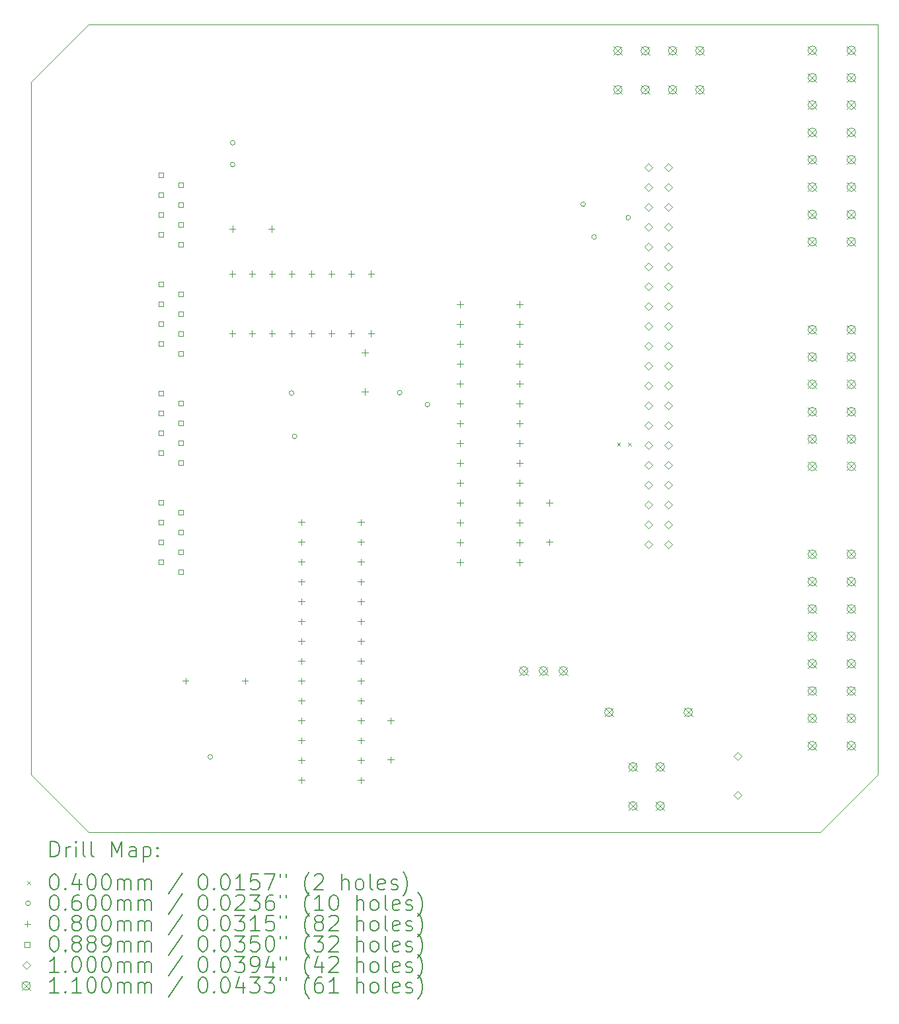
<source format=gbr>
%FSLAX45Y45*%
G04 Gerber Fmt 4.5, Leading zero omitted, Abs format (unit mm)*
G04 Created by KiCad (PCBNEW (6.0.0-0)) date 2023-04-18 12:24:43*
%MOMM*%
%LPD*%
G01*
G04 APERTURE LIST*
%TA.AperFunction,Profile*%
%ADD10C,0.100000*%
%TD*%
%ADD11C,0.200000*%
%ADD12C,0.040000*%
%ADD13C,0.060000*%
%ADD14C,0.080000*%
%ADD15C,0.088900*%
%ADD16C,0.100000*%
%ADD17C,0.110000*%
G04 APERTURE END LIST*
D10*
X5702300Y-14833600D02*
X4965700Y-14097000D01*
X15811500Y-14097000D02*
X15074900Y-14833600D01*
X5702300Y-4495800D02*
X13474700Y-4495800D01*
X13474700Y-4495800D02*
X15811500Y-4495800D01*
X15811500Y-14097000D02*
X15811500Y-4495800D01*
X4965700Y-14097000D02*
X4965700Y-5232400D01*
X5702300Y-4495800D02*
X4965700Y-5232400D01*
X15074900Y-14833600D02*
X5702300Y-14833600D01*
D11*
D12*
X12476800Y-9847900D02*
X12516800Y-9887900D01*
X12516800Y-9847900D02*
X12476800Y-9887900D01*
X12616500Y-9847900D02*
X12656500Y-9887900D01*
X12656500Y-9847900D02*
X12616500Y-9887900D01*
D13*
X7294400Y-13868400D02*
G75*
G03*
X7294400Y-13868400I-30000J0D01*
G01*
X7580000Y-6007500D02*
G75*
G03*
X7580000Y-6007500I-30000J0D01*
G01*
X7580000Y-6286500D02*
G75*
G03*
X7580000Y-6286500I-30000J0D01*
G01*
X8335800Y-9212200D02*
G75*
G03*
X8335800Y-9212200I-30000J0D01*
G01*
X8373900Y-9766300D02*
G75*
G03*
X8373900Y-9766300I-30000J0D01*
G01*
X9720100Y-9207500D02*
G75*
G03*
X9720100Y-9207500I-30000J0D01*
G01*
X10075700Y-9359900D02*
G75*
G03*
X10075700Y-9359900I-30000J0D01*
G01*
X12069600Y-6794500D02*
G75*
G03*
X12069600Y-6794500I-30000J0D01*
G01*
X12209300Y-7213600D02*
G75*
G03*
X12209300Y-7213600I-30000J0D01*
G01*
X12647450Y-6965950D02*
G75*
G03*
X12647450Y-6965950I-30000J0D01*
G01*
D14*
X6946900Y-12855580D02*
X6946900Y-12935580D01*
X6906900Y-12895580D02*
X6986900Y-12895580D01*
X7545300Y-7647580D02*
X7545300Y-7727580D01*
X7505300Y-7687580D02*
X7585300Y-7687580D01*
X7545300Y-8409580D02*
X7545300Y-8489580D01*
X7505300Y-8449580D02*
X7585300Y-8449580D01*
X7547800Y-7072000D02*
X7547800Y-7152000D01*
X7507800Y-7112000D02*
X7587800Y-7112000D01*
X7708900Y-12855580D02*
X7708900Y-12935580D01*
X7668900Y-12895580D02*
X7748900Y-12895580D01*
X7799300Y-7647580D02*
X7799300Y-7727580D01*
X7759300Y-7687580D02*
X7839300Y-7687580D01*
X7799300Y-8409580D02*
X7799300Y-8489580D01*
X7759300Y-8449580D02*
X7839300Y-8449580D01*
X8047800Y-7072000D02*
X8047800Y-7152000D01*
X8007800Y-7112000D02*
X8087800Y-7112000D01*
X8053300Y-7647580D02*
X8053300Y-7727580D01*
X8013300Y-7687580D02*
X8093300Y-7687580D01*
X8053300Y-8409580D02*
X8053300Y-8489580D01*
X8013300Y-8449580D02*
X8093300Y-8449580D01*
X8307300Y-7647580D02*
X8307300Y-7727580D01*
X8267300Y-7687580D02*
X8347300Y-7687580D01*
X8307300Y-8409580D02*
X8307300Y-8489580D01*
X8267300Y-8449580D02*
X8347300Y-8449580D01*
X8432800Y-10823200D02*
X8432800Y-10903200D01*
X8392800Y-10863200D02*
X8472800Y-10863200D01*
X8432800Y-11077200D02*
X8432800Y-11157200D01*
X8392800Y-11117200D02*
X8472800Y-11117200D01*
X8432800Y-11331200D02*
X8432800Y-11411200D01*
X8392800Y-11371200D02*
X8472800Y-11371200D01*
X8432800Y-11585200D02*
X8432800Y-11665200D01*
X8392800Y-11625200D02*
X8472800Y-11625200D01*
X8432800Y-11839200D02*
X8432800Y-11919200D01*
X8392800Y-11879200D02*
X8472800Y-11879200D01*
X8432800Y-12093200D02*
X8432800Y-12173200D01*
X8392800Y-12133200D02*
X8472800Y-12133200D01*
X8432800Y-12347200D02*
X8432800Y-12427200D01*
X8392800Y-12387200D02*
X8472800Y-12387200D01*
X8432800Y-12601200D02*
X8432800Y-12681200D01*
X8392800Y-12641200D02*
X8472800Y-12641200D01*
X8432800Y-12855200D02*
X8432800Y-12935200D01*
X8392800Y-12895200D02*
X8472800Y-12895200D01*
X8432800Y-13109200D02*
X8432800Y-13189200D01*
X8392800Y-13149200D02*
X8472800Y-13149200D01*
X8432800Y-13363200D02*
X8432800Y-13443200D01*
X8392800Y-13403200D02*
X8472800Y-13403200D01*
X8432800Y-13617200D02*
X8432800Y-13697200D01*
X8392800Y-13657200D02*
X8472800Y-13657200D01*
X8432800Y-13871200D02*
X8432800Y-13951200D01*
X8392800Y-13911200D02*
X8472800Y-13911200D01*
X8432800Y-14125200D02*
X8432800Y-14205200D01*
X8392800Y-14165200D02*
X8472800Y-14165200D01*
X8561300Y-7647580D02*
X8561300Y-7727580D01*
X8521300Y-7687580D02*
X8601300Y-7687580D01*
X8561300Y-8409580D02*
X8561300Y-8489580D01*
X8521300Y-8449580D02*
X8601300Y-8449580D01*
X8815300Y-7647580D02*
X8815300Y-7727580D01*
X8775300Y-7687580D02*
X8855300Y-7687580D01*
X8815300Y-8409580D02*
X8815300Y-8489580D01*
X8775300Y-8449580D02*
X8855300Y-8449580D01*
X9069300Y-7647580D02*
X9069300Y-7727580D01*
X9029300Y-7687580D02*
X9109300Y-7687580D01*
X9069300Y-8409580D02*
X9069300Y-8489580D01*
X9029300Y-8449580D02*
X9109300Y-8449580D01*
X9194800Y-10823200D02*
X9194800Y-10903200D01*
X9154800Y-10863200D02*
X9234800Y-10863200D01*
X9194800Y-11077200D02*
X9194800Y-11157200D01*
X9154800Y-11117200D02*
X9234800Y-11117200D01*
X9194800Y-11331200D02*
X9194800Y-11411200D01*
X9154800Y-11371200D02*
X9234800Y-11371200D01*
X9194800Y-11585200D02*
X9194800Y-11665200D01*
X9154800Y-11625200D02*
X9234800Y-11625200D01*
X9194800Y-11839200D02*
X9194800Y-11919200D01*
X9154800Y-11879200D02*
X9234800Y-11879200D01*
X9194800Y-12093200D02*
X9194800Y-12173200D01*
X9154800Y-12133200D02*
X9234800Y-12133200D01*
X9194800Y-12347200D02*
X9194800Y-12427200D01*
X9154800Y-12387200D02*
X9234800Y-12387200D01*
X9194800Y-12601200D02*
X9194800Y-12681200D01*
X9154800Y-12641200D02*
X9234800Y-12641200D01*
X9194800Y-12855200D02*
X9194800Y-12935200D01*
X9154800Y-12895200D02*
X9234800Y-12895200D01*
X9194800Y-13109200D02*
X9194800Y-13189200D01*
X9154800Y-13149200D02*
X9234800Y-13149200D01*
X9194800Y-13363200D02*
X9194800Y-13443200D01*
X9154800Y-13403200D02*
X9234800Y-13403200D01*
X9194800Y-13617200D02*
X9194800Y-13697200D01*
X9154800Y-13657200D02*
X9234800Y-13657200D01*
X9194800Y-13871200D02*
X9194800Y-13951200D01*
X9154800Y-13911200D02*
X9234800Y-13911200D01*
X9194800Y-14125200D02*
X9194800Y-14205200D01*
X9154800Y-14165200D02*
X9234800Y-14165200D01*
X9245600Y-8654800D02*
X9245600Y-8734800D01*
X9205600Y-8694800D02*
X9285600Y-8694800D01*
X9245600Y-9154800D02*
X9245600Y-9234800D01*
X9205600Y-9194800D02*
X9285600Y-9194800D01*
X9323300Y-7647580D02*
X9323300Y-7727580D01*
X9283300Y-7687580D02*
X9363300Y-7687580D01*
X9323300Y-8409580D02*
X9323300Y-8489580D01*
X9283300Y-8449580D02*
X9363300Y-8449580D01*
X9575800Y-13363200D02*
X9575800Y-13443200D01*
X9535800Y-13403200D02*
X9615800Y-13403200D01*
X9575800Y-13863200D02*
X9575800Y-13943200D01*
X9535800Y-13903200D02*
X9615800Y-13903200D01*
X10464800Y-8037200D02*
X10464800Y-8117200D01*
X10424800Y-8077200D02*
X10504800Y-8077200D01*
X10464800Y-8291200D02*
X10464800Y-8371200D01*
X10424800Y-8331200D02*
X10504800Y-8331200D01*
X10464800Y-8545200D02*
X10464800Y-8625200D01*
X10424800Y-8585200D02*
X10504800Y-8585200D01*
X10464800Y-8799200D02*
X10464800Y-8879200D01*
X10424800Y-8839200D02*
X10504800Y-8839200D01*
X10464800Y-9053200D02*
X10464800Y-9133200D01*
X10424800Y-9093200D02*
X10504800Y-9093200D01*
X10464800Y-9307200D02*
X10464800Y-9387200D01*
X10424800Y-9347200D02*
X10504800Y-9347200D01*
X10464800Y-9561200D02*
X10464800Y-9641200D01*
X10424800Y-9601200D02*
X10504800Y-9601200D01*
X10464800Y-9815200D02*
X10464800Y-9895200D01*
X10424800Y-9855200D02*
X10504800Y-9855200D01*
X10464800Y-10069200D02*
X10464800Y-10149200D01*
X10424800Y-10109200D02*
X10504800Y-10109200D01*
X10464800Y-10323200D02*
X10464800Y-10403200D01*
X10424800Y-10363200D02*
X10504800Y-10363200D01*
X10464800Y-10577200D02*
X10464800Y-10657200D01*
X10424800Y-10617200D02*
X10504800Y-10617200D01*
X10464800Y-10831200D02*
X10464800Y-10911200D01*
X10424800Y-10871200D02*
X10504800Y-10871200D01*
X10464800Y-11085200D02*
X10464800Y-11165200D01*
X10424800Y-11125200D02*
X10504800Y-11125200D01*
X10464800Y-11339200D02*
X10464800Y-11419200D01*
X10424800Y-11379200D02*
X10504800Y-11379200D01*
X11226800Y-8037200D02*
X11226800Y-8117200D01*
X11186800Y-8077200D02*
X11266800Y-8077200D01*
X11226800Y-8291200D02*
X11226800Y-8371200D01*
X11186800Y-8331200D02*
X11266800Y-8331200D01*
X11226800Y-8545200D02*
X11226800Y-8625200D01*
X11186800Y-8585200D02*
X11266800Y-8585200D01*
X11226800Y-8799200D02*
X11226800Y-8879200D01*
X11186800Y-8839200D02*
X11266800Y-8839200D01*
X11226800Y-9053200D02*
X11226800Y-9133200D01*
X11186800Y-9093200D02*
X11266800Y-9093200D01*
X11226800Y-9307200D02*
X11226800Y-9387200D01*
X11186800Y-9347200D02*
X11266800Y-9347200D01*
X11226800Y-9561200D02*
X11226800Y-9641200D01*
X11186800Y-9601200D02*
X11266800Y-9601200D01*
X11226800Y-9815200D02*
X11226800Y-9895200D01*
X11186800Y-9855200D02*
X11266800Y-9855200D01*
X11226800Y-10069200D02*
X11226800Y-10149200D01*
X11186800Y-10109200D02*
X11266800Y-10109200D01*
X11226800Y-10323200D02*
X11226800Y-10403200D01*
X11186800Y-10363200D02*
X11266800Y-10363200D01*
X11226800Y-10577200D02*
X11226800Y-10657200D01*
X11186800Y-10617200D02*
X11266800Y-10617200D01*
X11226800Y-10831200D02*
X11226800Y-10911200D01*
X11186800Y-10871200D02*
X11266800Y-10871200D01*
X11226800Y-11085200D02*
X11226800Y-11165200D01*
X11186800Y-11125200D02*
X11266800Y-11125200D01*
X11226800Y-11339200D02*
X11226800Y-11419200D01*
X11186800Y-11379200D02*
X11266800Y-11379200D01*
X11607800Y-10577200D02*
X11607800Y-10657200D01*
X11567800Y-10617200D02*
X11647800Y-10617200D01*
X11607800Y-11077200D02*
X11607800Y-11157200D01*
X11567800Y-11117200D02*
X11647800Y-11117200D01*
D15*
X6662472Y-6453431D02*
X6662472Y-6390569D01*
X6599609Y-6390569D01*
X6599609Y-6453431D01*
X6662472Y-6453431D01*
X6662472Y-6707431D02*
X6662472Y-6644569D01*
X6599609Y-6644569D01*
X6599609Y-6707431D01*
X6662472Y-6707431D01*
X6662472Y-6961431D02*
X6662472Y-6898569D01*
X6599609Y-6898569D01*
X6599609Y-6961431D01*
X6662472Y-6961431D01*
X6662472Y-7215431D02*
X6662472Y-7152569D01*
X6599609Y-7152569D01*
X6599609Y-7215431D01*
X6662472Y-7215431D01*
X6662472Y-7850431D02*
X6662472Y-7787569D01*
X6599609Y-7787569D01*
X6599609Y-7850431D01*
X6662472Y-7850431D01*
X6662472Y-8104431D02*
X6662472Y-8041569D01*
X6599609Y-8041569D01*
X6599609Y-8104431D01*
X6662472Y-8104431D01*
X6662472Y-8358431D02*
X6662472Y-8295569D01*
X6599609Y-8295569D01*
X6599609Y-8358431D01*
X6662472Y-8358431D01*
X6662472Y-8612431D02*
X6662472Y-8549569D01*
X6599609Y-8549569D01*
X6599609Y-8612431D01*
X6662472Y-8612431D01*
X6662472Y-9247431D02*
X6662472Y-9184569D01*
X6599609Y-9184569D01*
X6599609Y-9247431D01*
X6662472Y-9247431D01*
X6662472Y-9501431D02*
X6662472Y-9438569D01*
X6599609Y-9438569D01*
X6599609Y-9501431D01*
X6662472Y-9501431D01*
X6662472Y-9755431D02*
X6662472Y-9692569D01*
X6599609Y-9692569D01*
X6599609Y-9755431D01*
X6662472Y-9755431D01*
X6662472Y-10009431D02*
X6662472Y-9946569D01*
X6599609Y-9946569D01*
X6599609Y-10009431D01*
X6662472Y-10009431D01*
X6662472Y-10644431D02*
X6662472Y-10581569D01*
X6599609Y-10581569D01*
X6599609Y-10644431D01*
X6662472Y-10644431D01*
X6662472Y-10898431D02*
X6662472Y-10835569D01*
X6599609Y-10835569D01*
X6599609Y-10898431D01*
X6662472Y-10898431D01*
X6662472Y-11152431D02*
X6662472Y-11089569D01*
X6599609Y-11089569D01*
X6599609Y-11152431D01*
X6662472Y-11152431D01*
X6662472Y-11406431D02*
X6662472Y-11343569D01*
X6599609Y-11343569D01*
X6599609Y-11406431D01*
X6662472Y-11406431D01*
X6916472Y-6580431D02*
X6916472Y-6517569D01*
X6853609Y-6517569D01*
X6853609Y-6580431D01*
X6916472Y-6580431D01*
X6916472Y-6834431D02*
X6916472Y-6771569D01*
X6853609Y-6771569D01*
X6853609Y-6834431D01*
X6916472Y-6834431D01*
X6916472Y-7088431D02*
X6916472Y-7025569D01*
X6853609Y-7025569D01*
X6853609Y-7088431D01*
X6916472Y-7088431D01*
X6916472Y-7342431D02*
X6916472Y-7279569D01*
X6853609Y-7279569D01*
X6853609Y-7342431D01*
X6916472Y-7342431D01*
X6916472Y-7977431D02*
X6916472Y-7914569D01*
X6853609Y-7914569D01*
X6853609Y-7977431D01*
X6916472Y-7977431D01*
X6916472Y-8231431D02*
X6916472Y-8168569D01*
X6853609Y-8168569D01*
X6853609Y-8231431D01*
X6916472Y-8231431D01*
X6916472Y-8485431D02*
X6916472Y-8422569D01*
X6853609Y-8422569D01*
X6853609Y-8485431D01*
X6916472Y-8485431D01*
X6916472Y-8739431D02*
X6916472Y-8676569D01*
X6853609Y-8676569D01*
X6853609Y-8739431D01*
X6916472Y-8739431D01*
X6916472Y-9374431D02*
X6916472Y-9311569D01*
X6853609Y-9311569D01*
X6853609Y-9374431D01*
X6916472Y-9374431D01*
X6916472Y-9628431D02*
X6916472Y-9565569D01*
X6853609Y-9565569D01*
X6853609Y-9628431D01*
X6916472Y-9628431D01*
X6916472Y-9882431D02*
X6916472Y-9819569D01*
X6853609Y-9819569D01*
X6853609Y-9882431D01*
X6916472Y-9882431D01*
X6916472Y-10136431D02*
X6916472Y-10073569D01*
X6853609Y-10073569D01*
X6853609Y-10136431D01*
X6916472Y-10136431D01*
X6916472Y-10771431D02*
X6916472Y-10708569D01*
X6853609Y-10708569D01*
X6853609Y-10771431D01*
X6916472Y-10771431D01*
X6916472Y-11025431D02*
X6916472Y-10962569D01*
X6853609Y-10962569D01*
X6853609Y-11025431D01*
X6916472Y-11025431D01*
X6916472Y-11279431D02*
X6916472Y-11216569D01*
X6853609Y-11216569D01*
X6853609Y-11279431D01*
X6916472Y-11279431D01*
X6916472Y-11533431D02*
X6916472Y-11470569D01*
X6853609Y-11470569D01*
X6853609Y-11533431D01*
X6916472Y-11533431D01*
D16*
X12877800Y-6374600D02*
X12927800Y-6324600D01*
X12877800Y-6274600D01*
X12827800Y-6324600D01*
X12877800Y-6374600D01*
X12877800Y-6628600D02*
X12927800Y-6578600D01*
X12877800Y-6528600D01*
X12827800Y-6578600D01*
X12877800Y-6628600D01*
X12877800Y-6882600D02*
X12927800Y-6832600D01*
X12877800Y-6782600D01*
X12827800Y-6832600D01*
X12877800Y-6882600D01*
X12877800Y-7136600D02*
X12927800Y-7086600D01*
X12877800Y-7036600D01*
X12827800Y-7086600D01*
X12877800Y-7136600D01*
X12877800Y-7390600D02*
X12927800Y-7340600D01*
X12877800Y-7290600D01*
X12827800Y-7340600D01*
X12877800Y-7390600D01*
X12877800Y-7644600D02*
X12927800Y-7594600D01*
X12877800Y-7544600D01*
X12827800Y-7594600D01*
X12877800Y-7644600D01*
X12877800Y-7898600D02*
X12927800Y-7848600D01*
X12877800Y-7798600D01*
X12827800Y-7848600D01*
X12877800Y-7898600D01*
X12877800Y-8152600D02*
X12927800Y-8102600D01*
X12877800Y-8052600D01*
X12827800Y-8102600D01*
X12877800Y-8152600D01*
X12877800Y-8406600D02*
X12927800Y-8356600D01*
X12877800Y-8306600D01*
X12827800Y-8356600D01*
X12877800Y-8406600D01*
X12877800Y-8660600D02*
X12927800Y-8610600D01*
X12877800Y-8560600D01*
X12827800Y-8610600D01*
X12877800Y-8660600D01*
X12877800Y-8914600D02*
X12927800Y-8864600D01*
X12877800Y-8814600D01*
X12827800Y-8864600D01*
X12877800Y-8914600D01*
X12877800Y-9168600D02*
X12927800Y-9118600D01*
X12877800Y-9068600D01*
X12827800Y-9118600D01*
X12877800Y-9168600D01*
X12877800Y-9422600D02*
X12927800Y-9372600D01*
X12877800Y-9322600D01*
X12827800Y-9372600D01*
X12877800Y-9422600D01*
X12877800Y-9676600D02*
X12927800Y-9626600D01*
X12877800Y-9576600D01*
X12827800Y-9626600D01*
X12877800Y-9676600D01*
X12877800Y-9930600D02*
X12927800Y-9880600D01*
X12877800Y-9830600D01*
X12827800Y-9880600D01*
X12877800Y-9930600D01*
X12877800Y-10184600D02*
X12927800Y-10134600D01*
X12877800Y-10084600D01*
X12827800Y-10134600D01*
X12877800Y-10184600D01*
X12877800Y-10438600D02*
X12927800Y-10388600D01*
X12877800Y-10338600D01*
X12827800Y-10388600D01*
X12877800Y-10438600D01*
X12877800Y-10692600D02*
X12927800Y-10642600D01*
X12877800Y-10592600D01*
X12827800Y-10642600D01*
X12877800Y-10692600D01*
X12877800Y-10946600D02*
X12927800Y-10896600D01*
X12877800Y-10846600D01*
X12827800Y-10896600D01*
X12877800Y-10946600D01*
X12877800Y-11200600D02*
X12927800Y-11150600D01*
X12877800Y-11100600D01*
X12827800Y-11150600D01*
X12877800Y-11200600D01*
X13131800Y-6374600D02*
X13181800Y-6324600D01*
X13131800Y-6274600D01*
X13081800Y-6324600D01*
X13131800Y-6374600D01*
X13131800Y-6628600D02*
X13181800Y-6578600D01*
X13131800Y-6528600D01*
X13081800Y-6578600D01*
X13131800Y-6628600D01*
X13131800Y-6882600D02*
X13181800Y-6832600D01*
X13131800Y-6782600D01*
X13081800Y-6832600D01*
X13131800Y-6882600D01*
X13131800Y-7136600D02*
X13181800Y-7086600D01*
X13131800Y-7036600D01*
X13081800Y-7086600D01*
X13131800Y-7136600D01*
X13131800Y-7390600D02*
X13181800Y-7340600D01*
X13131800Y-7290600D01*
X13081800Y-7340600D01*
X13131800Y-7390600D01*
X13131800Y-7644600D02*
X13181800Y-7594600D01*
X13131800Y-7544600D01*
X13081800Y-7594600D01*
X13131800Y-7644600D01*
X13131800Y-7898600D02*
X13181800Y-7848600D01*
X13131800Y-7798600D01*
X13081800Y-7848600D01*
X13131800Y-7898600D01*
X13131800Y-8152600D02*
X13181800Y-8102600D01*
X13131800Y-8052600D01*
X13081800Y-8102600D01*
X13131800Y-8152600D01*
X13131800Y-8406600D02*
X13181800Y-8356600D01*
X13131800Y-8306600D01*
X13081800Y-8356600D01*
X13131800Y-8406600D01*
X13131800Y-8660600D02*
X13181800Y-8610600D01*
X13131800Y-8560600D01*
X13081800Y-8610600D01*
X13131800Y-8660600D01*
X13131800Y-8914600D02*
X13181800Y-8864600D01*
X13131800Y-8814600D01*
X13081800Y-8864600D01*
X13131800Y-8914600D01*
X13131800Y-9168600D02*
X13181800Y-9118600D01*
X13131800Y-9068600D01*
X13081800Y-9118600D01*
X13131800Y-9168600D01*
X13131800Y-9422600D02*
X13181800Y-9372600D01*
X13131800Y-9322600D01*
X13081800Y-9372600D01*
X13131800Y-9422600D01*
X13131800Y-9676600D02*
X13181800Y-9626600D01*
X13131800Y-9576600D01*
X13081800Y-9626600D01*
X13131800Y-9676600D01*
X13131800Y-9930600D02*
X13181800Y-9880600D01*
X13131800Y-9830600D01*
X13081800Y-9880600D01*
X13131800Y-9930600D01*
X13131800Y-10184600D02*
X13181800Y-10134600D01*
X13131800Y-10084600D01*
X13081800Y-10134600D01*
X13131800Y-10184600D01*
X13131800Y-10438600D02*
X13181800Y-10388600D01*
X13131800Y-10338600D01*
X13081800Y-10388600D01*
X13131800Y-10438600D01*
X13131800Y-10692600D02*
X13181800Y-10642600D01*
X13131800Y-10592600D01*
X13081800Y-10642600D01*
X13131800Y-10692600D01*
X13131800Y-10946600D02*
X13181800Y-10896600D01*
X13131800Y-10846600D01*
X13081800Y-10896600D01*
X13131800Y-10946600D01*
X13131800Y-11200600D02*
X13181800Y-11150600D01*
X13131800Y-11100600D01*
X13081800Y-11150600D01*
X13131800Y-11200600D01*
X14020800Y-13909168D02*
X14070800Y-13859168D01*
X14020800Y-13809168D01*
X13970800Y-13859168D01*
X14020800Y-13909168D01*
X14020800Y-14409168D02*
X14070800Y-14359168D01*
X14020800Y-14309168D01*
X13970800Y-14359168D01*
X14020800Y-14409168D01*
D17*
X11222600Y-12712600D02*
X11332600Y-12822600D01*
X11332600Y-12712600D02*
X11222600Y-12822600D01*
X11332600Y-12767600D02*
G75*
G03*
X11332600Y-12767600I-55000J0D01*
G01*
X11476600Y-12712600D02*
X11586600Y-12822600D01*
X11586600Y-12712600D02*
X11476600Y-12822600D01*
X11586600Y-12767600D02*
G75*
G03*
X11586600Y-12767600I-55000J0D01*
G01*
X11730600Y-12712600D02*
X11840600Y-12822600D01*
X11840600Y-12712600D02*
X11730600Y-12822600D01*
X11840600Y-12767600D02*
G75*
G03*
X11840600Y-12767600I-55000J0D01*
G01*
X12314800Y-13241900D02*
X12424800Y-13351900D01*
X12424800Y-13241900D02*
X12314800Y-13351900D01*
X12424800Y-13296900D02*
G75*
G03*
X12424800Y-13296900I-55000J0D01*
G01*
X12430400Y-4775000D02*
X12540400Y-4885000D01*
X12540400Y-4775000D02*
X12430400Y-4885000D01*
X12540400Y-4830000D02*
G75*
G03*
X12540400Y-4830000I-55000J0D01*
G01*
X12430400Y-5275000D02*
X12540400Y-5385000D01*
X12540400Y-5275000D02*
X12430400Y-5385000D01*
X12540400Y-5330000D02*
G75*
G03*
X12540400Y-5330000I-55000J0D01*
G01*
X12622400Y-13940300D02*
X12732400Y-14050300D01*
X12732400Y-13940300D02*
X12622400Y-14050300D01*
X12732400Y-13995300D02*
G75*
G03*
X12732400Y-13995300I-55000J0D01*
G01*
X12622400Y-14440300D02*
X12732400Y-14550300D01*
X12732400Y-14440300D02*
X12622400Y-14550300D01*
X12732400Y-14495300D02*
G75*
G03*
X12732400Y-14495300I-55000J0D01*
G01*
X12780400Y-4775000D02*
X12890400Y-4885000D01*
X12890400Y-4775000D02*
X12780400Y-4885000D01*
X12890400Y-4830000D02*
G75*
G03*
X12890400Y-4830000I-55000J0D01*
G01*
X12780400Y-5275000D02*
X12890400Y-5385000D01*
X12890400Y-5275000D02*
X12780400Y-5385000D01*
X12890400Y-5330000D02*
G75*
G03*
X12890400Y-5330000I-55000J0D01*
G01*
X12972400Y-13940300D02*
X13082400Y-14050300D01*
X13082400Y-13940300D02*
X12972400Y-14050300D01*
X13082400Y-13995300D02*
G75*
G03*
X13082400Y-13995300I-55000J0D01*
G01*
X12972400Y-14440300D02*
X13082400Y-14550300D01*
X13082400Y-14440300D02*
X12972400Y-14550300D01*
X13082400Y-14495300D02*
G75*
G03*
X13082400Y-14495300I-55000J0D01*
G01*
X13130400Y-4775000D02*
X13240400Y-4885000D01*
X13240400Y-4775000D02*
X13130400Y-4885000D01*
X13240400Y-4830000D02*
G75*
G03*
X13240400Y-4830000I-55000J0D01*
G01*
X13130400Y-5275000D02*
X13240400Y-5385000D01*
X13240400Y-5275000D02*
X13130400Y-5385000D01*
X13240400Y-5330000D02*
G75*
G03*
X13240400Y-5330000I-55000J0D01*
G01*
X13330800Y-13241900D02*
X13440800Y-13351900D01*
X13440800Y-13241900D02*
X13330800Y-13351900D01*
X13440800Y-13296900D02*
G75*
G03*
X13440800Y-13296900I-55000J0D01*
G01*
X13480400Y-4775000D02*
X13590400Y-4885000D01*
X13590400Y-4775000D02*
X13480400Y-4885000D01*
X13590400Y-4830000D02*
G75*
G03*
X13590400Y-4830000I-55000J0D01*
G01*
X13480400Y-5275000D02*
X13590400Y-5385000D01*
X13590400Y-5275000D02*
X13480400Y-5385000D01*
X13590400Y-5330000D02*
G75*
G03*
X13590400Y-5330000I-55000J0D01*
G01*
X14920000Y-6170000D02*
X15030000Y-6280000D01*
X15030000Y-6170000D02*
X14920000Y-6280000D01*
X15030000Y-6225000D02*
G75*
G03*
X15030000Y-6225000I-55000J0D01*
G01*
X14920000Y-6520000D02*
X15030000Y-6630000D01*
X15030000Y-6520000D02*
X14920000Y-6630000D01*
X15030000Y-6575000D02*
G75*
G03*
X15030000Y-6575000I-55000J0D01*
G01*
X14920000Y-4770000D02*
X15030000Y-4880000D01*
X15030000Y-4770000D02*
X14920000Y-4880000D01*
X15030000Y-4825000D02*
G75*
G03*
X15030000Y-4825000I-55000J0D01*
G01*
X14920000Y-5120000D02*
X15030000Y-5230000D01*
X15030000Y-5120000D02*
X14920000Y-5230000D01*
X15030000Y-5175000D02*
G75*
G03*
X15030000Y-5175000I-55000J0D01*
G01*
X14920000Y-5470000D02*
X15030000Y-5580000D01*
X15030000Y-5470000D02*
X14920000Y-5580000D01*
X15030000Y-5525000D02*
G75*
G03*
X15030000Y-5525000I-55000J0D01*
G01*
X14920000Y-5820000D02*
X15030000Y-5930000D01*
X15030000Y-5820000D02*
X14920000Y-5930000D01*
X15030000Y-5875000D02*
G75*
G03*
X15030000Y-5875000I-55000J0D01*
G01*
X14920000Y-6870000D02*
X15030000Y-6980000D01*
X15030000Y-6870000D02*
X14920000Y-6980000D01*
X15030000Y-6925000D02*
G75*
G03*
X15030000Y-6925000I-55000J0D01*
G01*
X14920000Y-7220000D02*
X15030000Y-7330000D01*
X15030000Y-7220000D02*
X14920000Y-7330000D01*
X15030000Y-7275000D02*
G75*
G03*
X15030000Y-7275000I-55000J0D01*
G01*
X14920000Y-8345000D02*
X15030000Y-8455000D01*
X15030000Y-8345000D02*
X14920000Y-8455000D01*
X15030000Y-8400000D02*
G75*
G03*
X15030000Y-8400000I-55000J0D01*
G01*
X14920000Y-8695000D02*
X15030000Y-8805000D01*
X15030000Y-8695000D02*
X14920000Y-8805000D01*
X15030000Y-8750000D02*
G75*
G03*
X15030000Y-8750000I-55000J0D01*
G01*
X14920000Y-9045000D02*
X15030000Y-9155000D01*
X15030000Y-9045000D02*
X14920000Y-9155000D01*
X15030000Y-9100000D02*
G75*
G03*
X15030000Y-9100000I-55000J0D01*
G01*
X14920000Y-9395000D02*
X15030000Y-9505000D01*
X15030000Y-9395000D02*
X14920000Y-9505000D01*
X15030000Y-9450000D02*
G75*
G03*
X15030000Y-9450000I-55000J0D01*
G01*
X14920000Y-9745000D02*
X15030000Y-9855000D01*
X15030000Y-9745000D02*
X14920000Y-9855000D01*
X15030000Y-9800000D02*
G75*
G03*
X15030000Y-9800000I-55000J0D01*
G01*
X14920000Y-10095000D02*
X15030000Y-10205000D01*
X15030000Y-10095000D02*
X14920000Y-10205000D01*
X15030000Y-10150000D02*
G75*
G03*
X15030000Y-10150000I-55000J0D01*
G01*
X14920000Y-11220000D02*
X15030000Y-11330000D01*
X15030000Y-11220000D02*
X14920000Y-11330000D01*
X15030000Y-11275000D02*
G75*
G03*
X15030000Y-11275000I-55000J0D01*
G01*
X14920000Y-11570000D02*
X15030000Y-11680000D01*
X15030000Y-11570000D02*
X14920000Y-11680000D01*
X15030000Y-11625000D02*
G75*
G03*
X15030000Y-11625000I-55000J0D01*
G01*
X14920000Y-11920000D02*
X15030000Y-12030000D01*
X15030000Y-11920000D02*
X14920000Y-12030000D01*
X15030000Y-11975000D02*
G75*
G03*
X15030000Y-11975000I-55000J0D01*
G01*
X14920000Y-12270000D02*
X15030000Y-12380000D01*
X15030000Y-12270000D02*
X14920000Y-12380000D01*
X15030000Y-12325000D02*
G75*
G03*
X15030000Y-12325000I-55000J0D01*
G01*
X14920000Y-12620000D02*
X15030000Y-12730000D01*
X15030000Y-12620000D02*
X14920000Y-12730000D01*
X15030000Y-12675000D02*
G75*
G03*
X15030000Y-12675000I-55000J0D01*
G01*
X14920000Y-12970000D02*
X15030000Y-13080000D01*
X15030000Y-12970000D02*
X14920000Y-13080000D01*
X15030000Y-13025000D02*
G75*
G03*
X15030000Y-13025000I-55000J0D01*
G01*
X14920000Y-13320000D02*
X15030000Y-13430000D01*
X15030000Y-13320000D02*
X14920000Y-13430000D01*
X15030000Y-13375000D02*
G75*
G03*
X15030000Y-13375000I-55000J0D01*
G01*
X14920000Y-13670000D02*
X15030000Y-13780000D01*
X15030000Y-13670000D02*
X14920000Y-13780000D01*
X15030000Y-13725000D02*
G75*
G03*
X15030000Y-13725000I-55000J0D01*
G01*
X15420000Y-6170000D02*
X15530000Y-6280000D01*
X15530000Y-6170000D02*
X15420000Y-6280000D01*
X15530000Y-6225000D02*
G75*
G03*
X15530000Y-6225000I-55000J0D01*
G01*
X15420000Y-6520000D02*
X15530000Y-6630000D01*
X15530000Y-6520000D02*
X15420000Y-6630000D01*
X15530000Y-6575000D02*
G75*
G03*
X15530000Y-6575000I-55000J0D01*
G01*
X15420000Y-4770000D02*
X15530000Y-4880000D01*
X15530000Y-4770000D02*
X15420000Y-4880000D01*
X15530000Y-4825000D02*
G75*
G03*
X15530000Y-4825000I-55000J0D01*
G01*
X15420000Y-5120000D02*
X15530000Y-5230000D01*
X15530000Y-5120000D02*
X15420000Y-5230000D01*
X15530000Y-5175000D02*
G75*
G03*
X15530000Y-5175000I-55000J0D01*
G01*
X15420000Y-5470000D02*
X15530000Y-5580000D01*
X15530000Y-5470000D02*
X15420000Y-5580000D01*
X15530000Y-5525000D02*
G75*
G03*
X15530000Y-5525000I-55000J0D01*
G01*
X15420000Y-5820000D02*
X15530000Y-5930000D01*
X15530000Y-5820000D02*
X15420000Y-5930000D01*
X15530000Y-5875000D02*
G75*
G03*
X15530000Y-5875000I-55000J0D01*
G01*
X15420000Y-6870000D02*
X15530000Y-6980000D01*
X15530000Y-6870000D02*
X15420000Y-6980000D01*
X15530000Y-6925000D02*
G75*
G03*
X15530000Y-6925000I-55000J0D01*
G01*
X15420000Y-7220000D02*
X15530000Y-7330000D01*
X15530000Y-7220000D02*
X15420000Y-7330000D01*
X15530000Y-7275000D02*
G75*
G03*
X15530000Y-7275000I-55000J0D01*
G01*
X15420000Y-8345000D02*
X15530000Y-8455000D01*
X15530000Y-8345000D02*
X15420000Y-8455000D01*
X15530000Y-8400000D02*
G75*
G03*
X15530000Y-8400000I-55000J0D01*
G01*
X15420000Y-8695000D02*
X15530000Y-8805000D01*
X15530000Y-8695000D02*
X15420000Y-8805000D01*
X15530000Y-8750000D02*
G75*
G03*
X15530000Y-8750000I-55000J0D01*
G01*
X15420000Y-9045000D02*
X15530000Y-9155000D01*
X15530000Y-9045000D02*
X15420000Y-9155000D01*
X15530000Y-9100000D02*
G75*
G03*
X15530000Y-9100000I-55000J0D01*
G01*
X15420000Y-9395000D02*
X15530000Y-9505000D01*
X15530000Y-9395000D02*
X15420000Y-9505000D01*
X15530000Y-9450000D02*
G75*
G03*
X15530000Y-9450000I-55000J0D01*
G01*
X15420000Y-9745000D02*
X15530000Y-9855000D01*
X15530000Y-9745000D02*
X15420000Y-9855000D01*
X15530000Y-9800000D02*
G75*
G03*
X15530000Y-9800000I-55000J0D01*
G01*
X15420000Y-10095000D02*
X15530000Y-10205000D01*
X15530000Y-10095000D02*
X15420000Y-10205000D01*
X15530000Y-10150000D02*
G75*
G03*
X15530000Y-10150000I-55000J0D01*
G01*
X15420000Y-11220000D02*
X15530000Y-11330000D01*
X15530000Y-11220000D02*
X15420000Y-11330000D01*
X15530000Y-11275000D02*
G75*
G03*
X15530000Y-11275000I-55000J0D01*
G01*
X15420000Y-11570000D02*
X15530000Y-11680000D01*
X15530000Y-11570000D02*
X15420000Y-11680000D01*
X15530000Y-11625000D02*
G75*
G03*
X15530000Y-11625000I-55000J0D01*
G01*
X15420000Y-11920000D02*
X15530000Y-12030000D01*
X15530000Y-11920000D02*
X15420000Y-12030000D01*
X15530000Y-11975000D02*
G75*
G03*
X15530000Y-11975000I-55000J0D01*
G01*
X15420000Y-12270000D02*
X15530000Y-12380000D01*
X15530000Y-12270000D02*
X15420000Y-12380000D01*
X15530000Y-12325000D02*
G75*
G03*
X15530000Y-12325000I-55000J0D01*
G01*
X15420000Y-12620000D02*
X15530000Y-12730000D01*
X15530000Y-12620000D02*
X15420000Y-12730000D01*
X15530000Y-12675000D02*
G75*
G03*
X15530000Y-12675000I-55000J0D01*
G01*
X15420000Y-12970000D02*
X15530000Y-13080000D01*
X15530000Y-12970000D02*
X15420000Y-13080000D01*
X15530000Y-13025000D02*
G75*
G03*
X15530000Y-13025000I-55000J0D01*
G01*
X15420000Y-13320000D02*
X15530000Y-13430000D01*
X15530000Y-13320000D02*
X15420000Y-13430000D01*
X15530000Y-13375000D02*
G75*
G03*
X15530000Y-13375000I-55000J0D01*
G01*
X15420000Y-13670000D02*
X15530000Y-13780000D01*
X15530000Y-13670000D02*
X15420000Y-13780000D01*
X15530000Y-13725000D02*
G75*
G03*
X15530000Y-13725000I-55000J0D01*
G01*
D11*
X5218319Y-15149076D02*
X5218319Y-14949076D01*
X5265938Y-14949076D01*
X5294510Y-14958600D01*
X5313557Y-14977648D01*
X5323081Y-14996695D01*
X5332605Y-15034790D01*
X5332605Y-15063362D01*
X5323081Y-15101457D01*
X5313557Y-15120505D01*
X5294510Y-15139552D01*
X5265938Y-15149076D01*
X5218319Y-15149076D01*
X5418319Y-15149076D02*
X5418319Y-15015743D01*
X5418319Y-15053838D02*
X5427843Y-15034790D01*
X5437367Y-15025267D01*
X5456414Y-15015743D01*
X5475462Y-15015743D01*
X5542129Y-15149076D02*
X5542129Y-15015743D01*
X5542129Y-14949076D02*
X5532605Y-14958600D01*
X5542129Y-14968124D01*
X5551652Y-14958600D01*
X5542129Y-14949076D01*
X5542129Y-14968124D01*
X5665938Y-15149076D02*
X5646890Y-15139552D01*
X5637367Y-15120505D01*
X5637367Y-14949076D01*
X5770700Y-15149076D02*
X5751652Y-15139552D01*
X5742128Y-15120505D01*
X5742128Y-14949076D01*
X5999271Y-15149076D02*
X5999271Y-14949076D01*
X6065938Y-15091933D01*
X6132605Y-14949076D01*
X6132605Y-15149076D01*
X6313557Y-15149076D02*
X6313557Y-15044314D01*
X6304033Y-15025267D01*
X6284986Y-15015743D01*
X6246890Y-15015743D01*
X6227843Y-15025267D01*
X6313557Y-15139552D02*
X6294509Y-15149076D01*
X6246890Y-15149076D01*
X6227843Y-15139552D01*
X6218319Y-15120505D01*
X6218319Y-15101457D01*
X6227843Y-15082409D01*
X6246890Y-15072886D01*
X6294509Y-15072886D01*
X6313557Y-15063362D01*
X6408795Y-15015743D02*
X6408795Y-15215743D01*
X6408795Y-15025267D02*
X6427843Y-15015743D01*
X6465938Y-15015743D01*
X6484986Y-15025267D01*
X6494509Y-15034790D01*
X6504033Y-15053838D01*
X6504033Y-15110981D01*
X6494509Y-15130028D01*
X6484986Y-15139552D01*
X6465938Y-15149076D01*
X6427843Y-15149076D01*
X6408795Y-15139552D01*
X6589748Y-15130028D02*
X6599271Y-15139552D01*
X6589748Y-15149076D01*
X6580224Y-15139552D01*
X6589748Y-15130028D01*
X6589748Y-15149076D01*
X6589748Y-15025267D02*
X6599271Y-15034790D01*
X6589748Y-15044314D01*
X6580224Y-15034790D01*
X6589748Y-15025267D01*
X6589748Y-15044314D01*
D12*
X4920700Y-15458600D02*
X4960700Y-15498600D01*
X4960700Y-15458600D02*
X4920700Y-15498600D01*
D11*
X5256414Y-15369076D02*
X5275462Y-15369076D01*
X5294510Y-15378600D01*
X5304033Y-15388124D01*
X5313557Y-15407171D01*
X5323081Y-15445267D01*
X5323081Y-15492886D01*
X5313557Y-15530981D01*
X5304033Y-15550028D01*
X5294510Y-15559552D01*
X5275462Y-15569076D01*
X5256414Y-15569076D01*
X5237367Y-15559552D01*
X5227843Y-15550028D01*
X5218319Y-15530981D01*
X5208795Y-15492886D01*
X5208795Y-15445267D01*
X5218319Y-15407171D01*
X5227843Y-15388124D01*
X5237367Y-15378600D01*
X5256414Y-15369076D01*
X5408795Y-15550028D02*
X5418319Y-15559552D01*
X5408795Y-15569076D01*
X5399271Y-15559552D01*
X5408795Y-15550028D01*
X5408795Y-15569076D01*
X5589748Y-15435743D02*
X5589748Y-15569076D01*
X5542129Y-15359552D02*
X5494510Y-15502409D01*
X5618319Y-15502409D01*
X5732605Y-15369076D02*
X5751652Y-15369076D01*
X5770700Y-15378600D01*
X5780224Y-15388124D01*
X5789748Y-15407171D01*
X5799271Y-15445267D01*
X5799271Y-15492886D01*
X5789748Y-15530981D01*
X5780224Y-15550028D01*
X5770700Y-15559552D01*
X5751652Y-15569076D01*
X5732605Y-15569076D01*
X5713557Y-15559552D01*
X5704033Y-15550028D01*
X5694509Y-15530981D01*
X5684986Y-15492886D01*
X5684986Y-15445267D01*
X5694509Y-15407171D01*
X5704033Y-15388124D01*
X5713557Y-15378600D01*
X5732605Y-15369076D01*
X5923081Y-15369076D02*
X5942128Y-15369076D01*
X5961176Y-15378600D01*
X5970700Y-15388124D01*
X5980224Y-15407171D01*
X5989748Y-15445267D01*
X5989748Y-15492886D01*
X5980224Y-15530981D01*
X5970700Y-15550028D01*
X5961176Y-15559552D01*
X5942128Y-15569076D01*
X5923081Y-15569076D01*
X5904033Y-15559552D01*
X5894509Y-15550028D01*
X5884986Y-15530981D01*
X5875462Y-15492886D01*
X5875462Y-15445267D01*
X5884986Y-15407171D01*
X5894509Y-15388124D01*
X5904033Y-15378600D01*
X5923081Y-15369076D01*
X6075462Y-15569076D02*
X6075462Y-15435743D01*
X6075462Y-15454790D02*
X6084986Y-15445267D01*
X6104033Y-15435743D01*
X6132605Y-15435743D01*
X6151652Y-15445267D01*
X6161176Y-15464314D01*
X6161176Y-15569076D01*
X6161176Y-15464314D02*
X6170700Y-15445267D01*
X6189748Y-15435743D01*
X6218319Y-15435743D01*
X6237367Y-15445267D01*
X6246890Y-15464314D01*
X6246890Y-15569076D01*
X6342128Y-15569076D02*
X6342128Y-15435743D01*
X6342128Y-15454790D02*
X6351652Y-15445267D01*
X6370700Y-15435743D01*
X6399271Y-15435743D01*
X6418319Y-15445267D01*
X6427843Y-15464314D01*
X6427843Y-15569076D01*
X6427843Y-15464314D02*
X6437367Y-15445267D01*
X6456414Y-15435743D01*
X6484986Y-15435743D01*
X6504033Y-15445267D01*
X6513557Y-15464314D01*
X6513557Y-15569076D01*
X6904033Y-15359552D02*
X6732605Y-15616695D01*
X7161176Y-15369076D02*
X7180224Y-15369076D01*
X7199271Y-15378600D01*
X7208795Y-15388124D01*
X7218319Y-15407171D01*
X7227843Y-15445267D01*
X7227843Y-15492886D01*
X7218319Y-15530981D01*
X7208795Y-15550028D01*
X7199271Y-15559552D01*
X7180224Y-15569076D01*
X7161176Y-15569076D01*
X7142128Y-15559552D01*
X7132605Y-15550028D01*
X7123081Y-15530981D01*
X7113557Y-15492886D01*
X7113557Y-15445267D01*
X7123081Y-15407171D01*
X7132605Y-15388124D01*
X7142128Y-15378600D01*
X7161176Y-15369076D01*
X7313557Y-15550028D02*
X7323081Y-15559552D01*
X7313557Y-15569076D01*
X7304033Y-15559552D01*
X7313557Y-15550028D01*
X7313557Y-15569076D01*
X7446890Y-15369076D02*
X7465938Y-15369076D01*
X7484986Y-15378600D01*
X7494509Y-15388124D01*
X7504033Y-15407171D01*
X7513557Y-15445267D01*
X7513557Y-15492886D01*
X7504033Y-15530981D01*
X7494509Y-15550028D01*
X7484986Y-15559552D01*
X7465938Y-15569076D01*
X7446890Y-15569076D01*
X7427843Y-15559552D01*
X7418319Y-15550028D01*
X7408795Y-15530981D01*
X7399271Y-15492886D01*
X7399271Y-15445267D01*
X7408795Y-15407171D01*
X7418319Y-15388124D01*
X7427843Y-15378600D01*
X7446890Y-15369076D01*
X7704033Y-15569076D02*
X7589748Y-15569076D01*
X7646890Y-15569076D02*
X7646890Y-15369076D01*
X7627843Y-15397648D01*
X7608795Y-15416695D01*
X7589748Y-15426219D01*
X7884986Y-15369076D02*
X7789748Y-15369076D01*
X7780224Y-15464314D01*
X7789748Y-15454790D01*
X7808795Y-15445267D01*
X7856414Y-15445267D01*
X7875462Y-15454790D01*
X7884986Y-15464314D01*
X7894509Y-15483362D01*
X7894509Y-15530981D01*
X7884986Y-15550028D01*
X7875462Y-15559552D01*
X7856414Y-15569076D01*
X7808795Y-15569076D01*
X7789748Y-15559552D01*
X7780224Y-15550028D01*
X7961176Y-15369076D02*
X8094509Y-15369076D01*
X8008795Y-15569076D01*
X8161176Y-15369076D02*
X8161176Y-15407171D01*
X8237367Y-15369076D02*
X8237367Y-15407171D01*
X8532605Y-15645267D02*
X8523081Y-15635743D01*
X8504033Y-15607171D01*
X8494510Y-15588124D01*
X8484986Y-15559552D01*
X8475462Y-15511933D01*
X8475462Y-15473838D01*
X8484986Y-15426219D01*
X8494510Y-15397648D01*
X8504033Y-15378600D01*
X8523081Y-15350028D01*
X8532605Y-15340505D01*
X8599271Y-15388124D02*
X8608795Y-15378600D01*
X8627843Y-15369076D01*
X8675462Y-15369076D01*
X8694510Y-15378600D01*
X8704033Y-15388124D01*
X8713557Y-15407171D01*
X8713557Y-15426219D01*
X8704033Y-15454790D01*
X8589748Y-15569076D01*
X8713557Y-15569076D01*
X8951652Y-15569076D02*
X8951652Y-15369076D01*
X9037367Y-15569076D02*
X9037367Y-15464314D01*
X9027843Y-15445267D01*
X9008795Y-15435743D01*
X8980224Y-15435743D01*
X8961176Y-15445267D01*
X8951652Y-15454790D01*
X9161176Y-15569076D02*
X9142129Y-15559552D01*
X9132605Y-15550028D01*
X9123081Y-15530981D01*
X9123081Y-15473838D01*
X9132605Y-15454790D01*
X9142129Y-15445267D01*
X9161176Y-15435743D01*
X9189748Y-15435743D01*
X9208795Y-15445267D01*
X9218319Y-15454790D01*
X9227843Y-15473838D01*
X9227843Y-15530981D01*
X9218319Y-15550028D01*
X9208795Y-15559552D01*
X9189748Y-15569076D01*
X9161176Y-15569076D01*
X9342129Y-15569076D02*
X9323081Y-15559552D01*
X9313557Y-15540505D01*
X9313557Y-15369076D01*
X9494510Y-15559552D02*
X9475462Y-15569076D01*
X9437367Y-15569076D01*
X9418319Y-15559552D01*
X9408795Y-15540505D01*
X9408795Y-15464314D01*
X9418319Y-15445267D01*
X9437367Y-15435743D01*
X9475462Y-15435743D01*
X9494510Y-15445267D01*
X9504033Y-15464314D01*
X9504033Y-15483362D01*
X9408795Y-15502409D01*
X9580224Y-15559552D02*
X9599271Y-15569076D01*
X9637367Y-15569076D01*
X9656414Y-15559552D01*
X9665938Y-15540505D01*
X9665938Y-15530981D01*
X9656414Y-15511933D01*
X9637367Y-15502409D01*
X9608795Y-15502409D01*
X9589748Y-15492886D01*
X9580224Y-15473838D01*
X9580224Y-15464314D01*
X9589748Y-15445267D01*
X9608795Y-15435743D01*
X9637367Y-15435743D01*
X9656414Y-15445267D01*
X9732605Y-15645267D02*
X9742129Y-15635743D01*
X9761176Y-15607171D01*
X9770700Y-15588124D01*
X9780224Y-15559552D01*
X9789748Y-15511933D01*
X9789748Y-15473838D01*
X9780224Y-15426219D01*
X9770700Y-15397648D01*
X9761176Y-15378600D01*
X9742129Y-15350028D01*
X9732605Y-15340505D01*
D13*
X4960700Y-15742600D02*
G75*
G03*
X4960700Y-15742600I-30000J0D01*
G01*
D11*
X5256414Y-15633076D02*
X5275462Y-15633076D01*
X5294510Y-15642600D01*
X5304033Y-15652124D01*
X5313557Y-15671171D01*
X5323081Y-15709267D01*
X5323081Y-15756886D01*
X5313557Y-15794981D01*
X5304033Y-15814028D01*
X5294510Y-15823552D01*
X5275462Y-15833076D01*
X5256414Y-15833076D01*
X5237367Y-15823552D01*
X5227843Y-15814028D01*
X5218319Y-15794981D01*
X5208795Y-15756886D01*
X5208795Y-15709267D01*
X5218319Y-15671171D01*
X5227843Y-15652124D01*
X5237367Y-15642600D01*
X5256414Y-15633076D01*
X5408795Y-15814028D02*
X5418319Y-15823552D01*
X5408795Y-15833076D01*
X5399271Y-15823552D01*
X5408795Y-15814028D01*
X5408795Y-15833076D01*
X5589748Y-15633076D02*
X5551652Y-15633076D01*
X5532605Y-15642600D01*
X5523081Y-15652124D01*
X5504033Y-15680695D01*
X5494510Y-15718790D01*
X5494510Y-15794981D01*
X5504033Y-15814028D01*
X5513557Y-15823552D01*
X5532605Y-15833076D01*
X5570700Y-15833076D01*
X5589748Y-15823552D01*
X5599271Y-15814028D01*
X5608795Y-15794981D01*
X5608795Y-15747362D01*
X5599271Y-15728314D01*
X5589748Y-15718790D01*
X5570700Y-15709267D01*
X5532605Y-15709267D01*
X5513557Y-15718790D01*
X5504033Y-15728314D01*
X5494510Y-15747362D01*
X5732605Y-15633076D02*
X5751652Y-15633076D01*
X5770700Y-15642600D01*
X5780224Y-15652124D01*
X5789748Y-15671171D01*
X5799271Y-15709267D01*
X5799271Y-15756886D01*
X5789748Y-15794981D01*
X5780224Y-15814028D01*
X5770700Y-15823552D01*
X5751652Y-15833076D01*
X5732605Y-15833076D01*
X5713557Y-15823552D01*
X5704033Y-15814028D01*
X5694509Y-15794981D01*
X5684986Y-15756886D01*
X5684986Y-15709267D01*
X5694509Y-15671171D01*
X5704033Y-15652124D01*
X5713557Y-15642600D01*
X5732605Y-15633076D01*
X5923081Y-15633076D02*
X5942128Y-15633076D01*
X5961176Y-15642600D01*
X5970700Y-15652124D01*
X5980224Y-15671171D01*
X5989748Y-15709267D01*
X5989748Y-15756886D01*
X5980224Y-15794981D01*
X5970700Y-15814028D01*
X5961176Y-15823552D01*
X5942128Y-15833076D01*
X5923081Y-15833076D01*
X5904033Y-15823552D01*
X5894509Y-15814028D01*
X5884986Y-15794981D01*
X5875462Y-15756886D01*
X5875462Y-15709267D01*
X5884986Y-15671171D01*
X5894509Y-15652124D01*
X5904033Y-15642600D01*
X5923081Y-15633076D01*
X6075462Y-15833076D02*
X6075462Y-15699743D01*
X6075462Y-15718790D02*
X6084986Y-15709267D01*
X6104033Y-15699743D01*
X6132605Y-15699743D01*
X6151652Y-15709267D01*
X6161176Y-15728314D01*
X6161176Y-15833076D01*
X6161176Y-15728314D02*
X6170700Y-15709267D01*
X6189748Y-15699743D01*
X6218319Y-15699743D01*
X6237367Y-15709267D01*
X6246890Y-15728314D01*
X6246890Y-15833076D01*
X6342128Y-15833076D02*
X6342128Y-15699743D01*
X6342128Y-15718790D02*
X6351652Y-15709267D01*
X6370700Y-15699743D01*
X6399271Y-15699743D01*
X6418319Y-15709267D01*
X6427843Y-15728314D01*
X6427843Y-15833076D01*
X6427843Y-15728314D02*
X6437367Y-15709267D01*
X6456414Y-15699743D01*
X6484986Y-15699743D01*
X6504033Y-15709267D01*
X6513557Y-15728314D01*
X6513557Y-15833076D01*
X6904033Y-15623552D02*
X6732605Y-15880695D01*
X7161176Y-15633076D02*
X7180224Y-15633076D01*
X7199271Y-15642600D01*
X7208795Y-15652124D01*
X7218319Y-15671171D01*
X7227843Y-15709267D01*
X7227843Y-15756886D01*
X7218319Y-15794981D01*
X7208795Y-15814028D01*
X7199271Y-15823552D01*
X7180224Y-15833076D01*
X7161176Y-15833076D01*
X7142128Y-15823552D01*
X7132605Y-15814028D01*
X7123081Y-15794981D01*
X7113557Y-15756886D01*
X7113557Y-15709267D01*
X7123081Y-15671171D01*
X7132605Y-15652124D01*
X7142128Y-15642600D01*
X7161176Y-15633076D01*
X7313557Y-15814028D02*
X7323081Y-15823552D01*
X7313557Y-15833076D01*
X7304033Y-15823552D01*
X7313557Y-15814028D01*
X7313557Y-15833076D01*
X7446890Y-15633076D02*
X7465938Y-15633076D01*
X7484986Y-15642600D01*
X7494509Y-15652124D01*
X7504033Y-15671171D01*
X7513557Y-15709267D01*
X7513557Y-15756886D01*
X7504033Y-15794981D01*
X7494509Y-15814028D01*
X7484986Y-15823552D01*
X7465938Y-15833076D01*
X7446890Y-15833076D01*
X7427843Y-15823552D01*
X7418319Y-15814028D01*
X7408795Y-15794981D01*
X7399271Y-15756886D01*
X7399271Y-15709267D01*
X7408795Y-15671171D01*
X7418319Y-15652124D01*
X7427843Y-15642600D01*
X7446890Y-15633076D01*
X7589748Y-15652124D02*
X7599271Y-15642600D01*
X7618319Y-15633076D01*
X7665938Y-15633076D01*
X7684986Y-15642600D01*
X7694509Y-15652124D01*
X7704033Y-15671171D01*
X7704033Y-15690219D01*
X7694509Y-15718790D01*
X7580224Y-15833076D01*
X7704033Y-15833076D01*
X7770700Y-15633076D02*
X7894509Y-15633076D01*
X7827843Y-15709267D01*
X7856414Y-15709267D01*
X7875462Y-15718790D01*
X7884986Y-15728314D01*
X7894509Y-15747362D01*
X7894509Y-15794981D01*
X7884986Y-15814028D01*
X7875462Y-15823552D01*
X7856414Y-15833076D01*
X7799271Y-15833076D01*
X7780224Y-15823552D01*
X7770700Y-15814028D01*
X8065938Y-15633076D02*
X8027843Y-15633076D01*
X8008795Y-15642600D01*
X7999271Y-15652124D01*
X7980224Y-15680695D01*
X7970700Y-15718790D01*
X7970700Y-15794981D01*
X7980224Y-15814028D01*
X7989748Y-15823552D01*
X8008795Y-15833076D01*
X8046890Y-15833076D01*
X8065938Y-15823552D01*
X8075462Y-15814028D01*
X8084986Y-15794981D01*
X8084986Y-15747362D01*
X8075462Y-15728314D01*
X8065938Y-15718790D01*
X8046890Y-15709267D01*
X8008795Y-15709267D01*
X7989748Y-15718790D01*
X7980224Y-15728314D01*
X7970700Y-15747362D01*
X8161176Y-15633076D02*
X8161176Y-15671171D01*
X8237367Y-15633076D02*
X8237367Y-15671171D01*
X8532605Y-15909267D02*
X8523081Y-15899743D01*
X8504033Y-15871171D01*
X8494510Y-15852124D01*
X8484986Y-15823552D01*
X8475462Y-15775933D01*
X8475462Y-15737838D01*
X8484986Y-15690219D01*
X8494510Y-15661648D01*
X8504033Y-15642600D01*
X8523081Y-15614028D01*
X8532605Y-15604505D01*
X8713557Y-15833076D02*
X8599271Y-15833076D01*
X8656414Y-15833076D02*
X8656414Y-15633076D01*
X8637367Y-15661648D01*
X8618319Y-15680695D01*
X8599271Y-15690219D01*
X8837367Y-15633076D02*
X8856414Y-15633076D01*
X8875462Y-15642600D01*
X8884986Y-15652124D01*
X8894510Y-15671171D01*
X8904033Y-15709267D01*
X8904033Y-15756886D01*
X8894510Y-15794981D01*
X8884986Y-15814028D01*
X8875462Y-15823552D01*
X8856414Y-15833076D01*
X8837367Y-15833076D01*
X8818319Y-15823552D01*
X8808795Y-15814028D01*
X8799271Y-15794981D01*
X8789748Y-15756886D01*
X8789748Y-15709267D01*
X8799271Y-15671171D01*
X8808795Y-15652124D01*
X8818319Y-15642600D01*
X8837367Y-15633076D01*
X9142129Y-15833076D02*
X9142129Y-15633076D01*
X9227843Y-15833076D02*
X9227843Y-15728314D01*
X9218319Y-15709267D01*
X9199271Y-15699743D01*
X9170700Y-15699743D01*
X9151652Y-15709267D01*
X9142129Y-15718790D01*
X9351652Y-15833076D02*
X9332605Y-15823552D01*
X9323081Y-15814028D01*
X9313557Y-15794981D01*
X9313557Y-15737838D01*
X9323081Y-15718790D01*
X9332605Y-15709267D01*
X9351652Y-15699743D01*
X9380224Y-15699743D01*
X9399271Y-15709267D01*
X9408795Y-15718790D01*
X9418319Y-15737838D01*
X9418319Y-15794981D01*
X9408795Y-15814028D01*
X9399271Y-15823552D01*
X9380224Y-15833076D01*
X9351652Y-15833076D01*
X9532605Y-15833076D02*
X9513557Y-15823552D01*
X9504033Y-15804505D01*
X9504033Y-15633076D01*
X9684986Y-15823552D02*
X9665938Y-15833076D01*
X9627843Y-15833076D01*
X9608795Y-15823552D01*
X9599271Y-15804505D01*
X9599271Y-15728314D01*
X9608795Y-15709267D01*
X9627843Y-15699743D01*
X9665938Y-15699743D01*
X9684986Y-15709267D01*
X9694510Y-15728314D01*
X9694510Y-15747362D01*
X9599271Y-15766409D01*
X9770700Y-15823552D02*
X9789748Y-15833076D01*
X9827843Y-15833076D01*
X9846890Y-15823552D01*
X9856414Y-15804505D01*
X9856414Y-15794981D01*
X9846890Y-15775933D01*
X9827843Y-15766409D01*
X9799271Y-15766409D01*
X9780224Y-15756886D01*
X9770700Y-15737838D01*
X9770700Y-15728314D01*
X9780224Y-15709267D01*
X9799271Y-15699743D01*
X9827843Y-15699743D01*
X9846890Y-15709267D01*
X9923081Y-15909267D02*
X9932605Y-15899743D01*
X9951652Y-15871171D01*
X9961176Y-15852124D01*
X9970700Y-15823552D01*
X9980224Y-15775933D01*
X9980224Y-15737838D01*
X9970700Y-15690219D01*
X9961176Y-15661648D01*
X9951652Y-15642600D01*
X9932605Y-15614028D01*
X9923081Y-15604505D01*
D14*
X4920700Y-15966600D02*
X4920700Y-16046600D01*
X4880700Y-16006600D02*
X4960700Y-16006600D01*
D11*
X5256414Y-15897076D02*
X5275462Y-15897076D01*
X5294510Y-15906600D01*
X5304033Y-15916124D01*
X5313557Y-15935171D01*
X5323081Y-15973267D01*
X5323081Y-16020886D01*
X5313557Y-16058981D01*
X5304033Y-16078028D01*
X5294510Y-16087552D01*
X5275462Y-16097076D01*
X5256414Y-16097076D01*
X5237367Y-16087552D01*
X5227843Y-16078028D01*
X5218319Y-16058981D01*
X5208795Y-16020886D01*
X5208795Y-15973267D01*
X5218319Y-15935171D01*
X5227843Y-15916124D01*
X5237367Y-15906600D01*
X5256414Y-15897076D01*
X5408795Y-16078028D02*
X5418319Y-16087552D01*
X5408795Y-16097076D01*
X5399271Y-16087552D01*
X5408795Y-16078028D01*
X5408795Y-16097076D01*
X5532605Y-15982790D02*
X5513557Y-15973267D01*
X5504033Y-15963743D01*
X5494510Y-15944695D01*
X5494510Y-15935171D01*
X5504033Y-15916124D01*
X5513557Y-15906600D01*
X5532605Y-15897076D01*
X5570700Y-15897076D01*
X5589748Y-15906600D01*
X5599271Y-15916124D01*
X5608795Y-15935171D01*
X5608795Y-15944695D01*
X5599271Y-15963743D01*
X5589748Y-15973267D01*
X5570700Y-15982790D01*
X5532605Y-15982790D01*
X5513557Y-15992314D01*
X5504033Y-16001838D01*
X5494510Y-16020886D01*
X5494510Y-16058981D01*
X5504033Y-16078028D01*
X5513557Y-16087552D01*
X5532605Y-16097076D01*
X5570700Y-16097076D01*
X5589748Y-16087552D01*
X5599271Y-16078028D01*
X5608795Y-16058981D01*
X5608795Y-16020886D01*
X5599271Y-16001838D01*
X5589748Y-15992314D01*
X5570700Y-15982790D01*
X5732605Y-15897076D02*
X5751652Y-15897076D01*
X5770700Y-15906600D01*
X5780224Y-15916124D01*
X5789748Y-15935171D01*
X5799271Y-15973267D01*
X5799271Y-16020886D01*
X5789748Y-16058981D01*
X5780224Y-16078028D01*
X5770700Y-16087552D01*
X5751652Y-16097076D01*
X5732605Y-16097076D01*
X5713557Y-16087552D01*
X5704033Y-16078028D01*
X5694509Y-16058981D01*
X5684986Y-16020886D01*
X5684986Y-15973267D01*
X5694509Y-15935171D01*
X5704033Y-15916124D01*
X5713557Y-15906600D01*
X5732605Y-15897076D01*
X5923081Y-15897076D02*
X5942128Y-15897076D01*
X5961176Y-15906600D01*
X5970700Y-15916124D01*
X5980224Y-15935171D01*
X5989748Y-15973267D01*
X5989748Y-16020886D01*
X5980224Y-16058981D01*
X5970700Y-16078028D01*
X5961176Y-16087552D01*
X5942128Y-16097076D01*
X5923081Y-16097076D01*
X5904033Y-16087552D01*
X5894509Y-16078028D01*
X5884986Y-16058981D01*
X5875462Y-16020886D01*
X5875462Y-15973267D01*
X5884986Y-15935171D01*
X5894509Y-15916124D01*
X5904033Y-15906600D01*
X5923081Y-15897076D01*
X6075462Y-16097076D02*
X6075462Y-15963743D01*
X6075462Y-15982790D02*
X6084986Y-15973267D01*
X6104033Y-15963743D01*
X6132605Y-15963743D01*
X6151652Y-15973267D01*
X6161176Y-15992314D01*
X6161176Y-16097076D01*
X6161176Y-15992314D02*
X6170700Y-15973267D01*
X6189748Y-15963743D01*
X6218319Y-15963743D01*
X6237367Y-15973267D01*
X6246890Y-15992314D01*
X6246890Y-16097076D01*
X6342128Y-16097076D02*
X6342128Y-15963743D01*
X6342128Y-15982790D02*
X6351652Y-15973267D01*
X6370700Y-15963743D01*
X6399271Y-15963743D01*
X6418319Y-15973267D01*
X6427843Y-15992314D01*
X6427843Y-16097076D01*
X6427843Y-15992314D02*
X6437367Y-15973267D01*
X6456414Y-15963743D01*
X6484986Y-15963743D01*
X6504033Y-15973267D01*
X6513557Y-15992314D01*
X6513557Y-16097076D01*
X6904033Y-15887552D02*
X6732605Y-16144695D01*
X7161176Y-15897076D02*
X7180224Y-15897076D01*
X7199271Y-15906600D01*
X7208795Y-15916124D01*
X7218319Y-15935171D01*
X7227843Y-15973267D01*
X7227843Y-16020886D01*
X7218319Y-16058981D01*
X7208795Y-16078028D01*
X7199271Y-16087552D01*
X7180224Y-16097076D01*
X7161176Y-16097076D01*
X7142128Y-16087552D01*
X7132605Y-16078028D01*
X7123081Y-16058981D01*
X7113557Y-16020886D01*
X7113557Y-15973267D01*
X7123081Y-15935171D01*
X7132605Y-15916124D01*
X7142128Y-15906600D01*
X7161176Y-15897076D01*
X7313557Y-16078028D02*
X7323081Y-16087552D01*
X7313557Y-16097076D01*
X7304033Y-16087552D01*
X7313557Y-16078028D01*
X7313557Y-16097076D01*
X7446890Y-15897076D02*
X7465938Y-15897076D01*
X7484986Y-15906600D01*
X7494509Y-15916124D01*
X7504033Y-15935171D01*
X7513557Y-15973267D01*
X7513557Y-16020886D01*
X7504033Y-16058981D01*
X7494509Y-16078028D01*
X7484986Y-16087552D01*
X7465938Y-16097076D01*
X7446890Y-16097076D01*
X7427843Y-16087552D01*
X7418319Y-16078028D01*
X7408795Y-16058981D01*
X7399271Y-16020886D01*
X7399271Y-15973267D01*
X7408795Y-15935171D01*
X7418319Y-15916124D01*
X7427843Y-15906600D01*
X7446890Y-15897076D01*
X7580224Y-15897076D02*
X7704033Y-15897076D01*
X7637367Y-15973267D01*
X7665938Y-15973267D01*
X7684986Y-15982790D01*
X7694509Y-15992314D01*
X7704033Y-16011362D01*
X7704033Y-16058981D01*
X7694509Y-16078028D01*
X7684986Y-16087552D01*
X7665938Y-16097076D01*
X7608795Y-16097076D01*
X7589748Y-16087552D01*
X7580224Y-16078028D01*
X7894509Y-16097076D02*
X7780224Y-16097076D01*
X7837367Y-16097076D02*
X7837367Y-15897076D01*
X7818319Y-15925648D01*
X7799271Y-15944695D01*
X7780224Y-15954219D01*
X8075462Y-15897076D02*
X7980224Y-15897076D01*
X7970700Y-15992314D01*
X7980224Y-15982790D01*
X7999271Y-15973267D01*
X8046890Y-15973267D01*
X8065938Y-15982790D01*
X8075462Y-15992314D01*
X8084986Y-16011362D01*
X8084986Y-16058981D01*
X8075462Y-16078028D01*
X8065938Y-16087552D01*
X8046890Y-16097076D01*
X7999271Y-16097076D01*
X7980224Y-16087552D01*
X7970700Y-16078028D01*
X8161176Y-15897076D02*
X8161176Y-15935171D01*
X8237367Y-15897076D02*
X8237367Y-15935171D01*
X8532605Y-16173267D02*
X8523081Y-16163743D01*
X8504033Y-16135171D01*
X8494510Y-16116124D01*
X8484986Y-16087552D01*
X8475462Y-16039933D01*
X8475462Y-16001838D01*
X8484986Y-15954219D01*
X8494510Y-15925648D01*
X8504033Y-15906600D01*
X8523081Y-15878028D01*
X8532605Y-15868505D01*
X8637367Y-15982790D02*
X8618319Y-15973267D01*
X8608795Y-15963743D01*
X8599271Y-15944695D01*
X8599271Y-15935171D01*
X8608795Y-15916124D01*
X8618319Y-15906600D01*
X8637367Y-15897076D01*
X8675462Y-15897076D01*
X8694510Y-15906600D01*
X8704033Y-15916124D01*
X8713557Y-15935171D01*
X8713557Y-15944695D01*
X8704033Y-15963743D01*
X8694510Y-15973267D01*
X8675462Y-15982790D01*
X8637367Y-15982790D01*
X8618319Y-15992314D01*
X8608795Y-16001838D01*
X8599271Y-16020886D01*
X8599271Y-16058981D01*
X8608795Y-16078028D01*
X8618319Y-16087552D01*
X8637367Y-16097076D01*
X8675462Y-16097076D01*
X8694510Y-16087552D01*
X8704033Y-16078028D01*
X8713557Y-16058981D01*
X8713557Y-16020886D01*
X8704033Y-16001838D01*
X8694510Y-15992314D01*
X8675462Y-15982790D01*
X8789748Y-15916124D02*
X8799271Y-15906600D01*
X8818319Y-15897076D01*
X8865938Y-15897076D01*
X8884986Y-15906600D01*
X8894510Y-15916124D01*
X8904033Y-15935171D01*
X8904033Y-15954219D01*
X8894510Y-15982790D01*
X8780224Y-16097076D01*
X8904033Y-16097076D01*
X9142129Y-16097076D02*
X9142129Y-15897076D01*
X9227843Y-16097076D02*
X9227843Y-15992314D01*
X9218319Y-15973267D01*
X9199271Y-15963743D01*
X9170700Y-15963743D01*
X9151652Y-15973267D01*
X9142129Y-15982790D01*
X9351652Y-16097076D02*
X9332605Y-16087552D01*
X9323081Y-16078028D01*
X9313557Y-16058981D01*
X9313557Y-16001838D01*
X9323081Y-15982790D01*
X9332605Y-15973267D01*
X9351652Y-15963743D01*
X9380224Y-15963743D01*
X9399271Y-15973267D01*
X9408795Y-15982790D01*
X9418319Y-16001838D01*
X9418319Y-16058981D01*
X9408795Y-16078028D01*
X9399271Y-16087552D01*
X9380224Y-16097076D01*
X9351652Y-16097076D01*
X9532605Y-16097076D02*
X9513557Y-16087552D01*
X9504033Y-16068505D01*
X9504033Y-15897076D01*
X9684986Y-16087552D02*
X9665938Y-16097076D01*
X9627843Y-16097076D01*
X9608795Y-16087552D01*
X9599271Y-16068505D01*
X9599271Y-15992314D01*
X9608795Y-15973267D01*
X9627843Y-15963743D01*
X9665938Y-15963743D01*
X9684986Y-15973267D01*
X9694510Y-15992314D01*
X9694510Y-16011362D01*
X9599271Y-16030409D01*
X9770700Y-16087552D02*
X9789748Y-16097076D01*
X9827843Y-16097076D01*
X9846890Y-16087552D01*
X9856414Y-16068505D01*
X9856414Y-16058981D01*
X9846890Y-16039933D01*
X9827843Y-16030409D01*
X9799271Y-16030409D01*
X9780224Y-16020886D01*
X9770700Y-16001838D01*
X9770700Y-15992314D01*
X9780224Y-15973267D01*
X9799271Y-15963743D01*
X9827843Y-15963743D01*
X9846890Y-15973267D01*
X9923081Y-16173267D02*
X9932605Y-16163743D01*
X9951652Y-16135171D01*
X9961176Y-16116124D01*
X9970700Y-16087552D01*
X9980224Y-16039933D01*
X9980224Y-16001838D01*
X9970700Y-15954219D01*
X9961176Y-15925648D01*
X9951652Y-15906600D01*
X9932605Y-15878028D01*
X9923081Y-15868505D01*
D15*
X4947681Y-16302031D02*
X4947681Y-16239169D01*
X4884819Y-16239169D01*
X4884819Y-16302031D01*
X4947681Y-16302031D01*
D11*
X5256414Y-16161076D02*
X5275462Y-16161076D01*
X5294510Y-16170600D01*
X5304033Y-16180124D01*
X5313557Y-16199171D01*
X5323081Y-16237267D01*
X5323081Y-16284886D01*
X5313557Y-16322981D01*
X5304033Y-16342028D01*
X5294510Y-16351552D01*
X5275462Y-16361076D01*
X5256414Y-16361076D01*
X5237367Y-16351552D01*
X5227843Y-16342028D01*
X5218319Y-16322981D01*
X5208795Y-16284886D01*
X5208795Y-16237267D01*
X5218319Y-16199171D01*
X5227843Y-16180124D01*
X5237367Y-16170600D01*
X5256414Y-16161076D01*
X5408795Y-16342028D02*
X5418319Y-16351552D01*
X5408795Y-16361076D01*
X5399271Y-16351552D01*
X5408795Y-16342028D01*
X5408795Y-16361076D01*
X5532605Y-16246790D02*
X5513557Y-16237267D01*
X5504033Y-16227743D01*
X5494510Y-16208695D01*
X5494510Y-16199171D01*
X5504033Y-16180124D01*
X5513557Y-16170600D01*
X5532605Y-16161076D01*
X5570700Y-16161076D01*
X5589748Y-16170600D01*
X5599271Y-16180124D01*
X5608795Y-16199171D01*
X5608795Y-16208695D01*
X5599271Y-16227743D01*
X5589748Y-16237267D01*
X5570700Y-16246790D01*
X5532605Y-16246790D01*
X5513557Y-16256314D01*
X5504033Y-16265838D01*
X5494510Y-16284886D01*
X5494510Y-16322981D01*
X5504033Y-16342028D01*
X5513557Y-16351552D01*
X5532605Y-16361076D01*
X5570700Y-16361076D01*
X5589748Y-16351552D01*
X5599271Y-16342028D01*
X5608795Y-16322981D01*
X5608795Y-16284886D01*
X5599271Y-16265838D01*
X5589748Y-16256314D01*
X5570700Y-16246790D01*
X5723081Y-16246790D02*
X5704033Y-16237267D01*
X5694509Y-16227743D01*
X5684986Y-16208695D01*
X5684986Y-16199171D01*
X5694509Y-16180124D01*
X5704033Y-16170600D01*
X5723081Y-16161076D01*
X5761176Y-16161076D01*
X5780224Y-16170600D01*
X5789748Y-16180124D01*
X5799271Y-16199171D01*
X5799271Y-16208695D01*
X5789748Y-16227743D01*
X5780224Y-16237267D01*
X5761176Y-16246790D01*
X5723081Y-16246790D01*
X5704033Y-16256314D01*
X5694509Y-16265838D01*
X5684986Y-16284886D01*
X5684986Y-16322981D01*
X5694509Y-16342028D01*
X5704033Y-16351552D01*
X5723081Y-16361076D01*
X5761176Y-16361076D01*
X5780224Y-16351552D01*
X5789748Y-16342028D01*
X5799271Y-16322981D01*
X5799271Y-16284886D01*
X5789748Y-16265838D01*
X5780224Y-16256314D01*
X5761176Y-16246790D01*
X5894509Y-16361076D02*
X5932605Y-16361076D01*
X5951652Y-16351552D01*
X5961176Y-16342028D01*
X5980224Y-16313457D01*
X5989748Y-16275362D01*
X5989748Y-16199171D01*
X5980224Y-16180124D01*
X5970700Y-16170600D01*
X5951652Y-16161076D01*
X5913557Y-16161076D01*
X5894509Y-16170600D01*
X5884986Y-16180124D01*
X5875462Y-16199171D01*
X5875462Y-16246790D01*
X5884986Y-16265838D01*
X5894509Y-16275362D01*
X5913557Y-16284886D01*
X5951652Y-16284886D01*
X5970700Y-16275362D01*
X5980224Y-16265838D01*
X5989748Y-16246790D01*
X6075462Y-16361076D02*
X6075462Y-16227743D01*
X6075462Y-16246790D02*
X6084986Y-16237267D01*
X6104033Y-16227743D01*
X6132605Y-16227743D01*
X6151652Y-16237267D01*
X6161176Y-16256314D01*
X6161176Y-16361076D01*
X6161176Y-16256314D02*
X6170700Y-16237267D01*
X6189748Y-16227743D01*
X6218319Y-16227743D01*
X6237367Y-16237267D01*
X6246890Y-16256314D01*
X6246890Y-16361076D01*
X6342128Y-16361076D02*
X6342128Y-16227743D01*
X6342128Y-16246790D02*
X6351652Y-16237267D01*
X6370700Y-16227743D01*
X6399271Y-16227743D01*
X6418319Y-16237267D01*
X6427843Y-16256314D01*
X6427843Y-16361076D01*
X6427843Y-16256314D02*
X6437367Y-16237267D01*
X6456414Y-16227743D01*
X6484986Y-16227743D01*
X6504033Y-16237267D01*
X6513557Y-16256314D01*
X6513557Y-16361076D01*
X6904033Y-16151552D02*
X6732605Y-16408695D01*
X7161176Y-16161076D02*
X7180224Y-16161076D01*
X7199271Y-16170600D01*
X7208795Y-16180124D01*
X7218319Y-16199171D01*
X7227843Y-16237267D01*
X7227843Y-16284886D01*
X7218319Y-16322981D01*
X7208795Y-16342028D01*
X7199271Y-16351552D01*
X7180224Y-16361076D01*
X7161176Y-16361076D01*
X7142128Y-16351552D01*
X7132605Y-16342028D01*
X7123081Y-16322981D01*
X7113557Y-16284886D01*
X7113557Y-16237267D01*
X7123081Y-16199171D01*
X7132605Y-16180124D01*
X7142128Y-16170600D01*
X7161176Y-16161076D01*
X7313557Y-16342028D02*
X7323081Y-16351552D01*
X7313557Y-16361076D01*
X7304033Y-16351552D01*
X7313557Y-16342028D01*
X7313557Y-16361076D01*
X7446890Y-16161076D02*
X7465938Y-16161076D01*
X7484986Y-16170600D01*
X7494509Y-16180124D01*
X7504033Y-16199171D01*
X7513557Y-16237267D01*
X7513557Y-16284886D01*
X7504033Y-16322981D01*
X7494509Y-16342028D01*
X7484986Y-16351552D01*
X7465938Y-16361076D01*
X7446890Y-16361076D01*
X7427843Y-16351552D01*
X7418319Y-16342028D01*
X7408795Y-16322981D01*
X7399271Y-16284886D01*
X7399271Y-16237267D01*
X7408795Y-16199171D01*
X7418319Y-16180124D01*
X7427843Y-16170600D01*
X7446890Y-16161076D01*
X7580224Y-16161076D02*
X7704033Y-16161076D01*
X7637367Y-16237267D01*
X7665938Y-16237267D01*
X7684986Y-16246790D01*
X7694509Y-16256314D01*
X7704033Y-16275362D01*
X7704033Y-16322981D01*
X7694509Y-16342028D01*
X7684986Y-16351552D01*
X7665938Y-16361076D01*
X7608795Y-16361076D01*
X7589748Y-16351552D01*
X7580224Y-16342028D01*
X7884986Y-16161076D02*
X7789748Y-16161076D01*
X7780224Y-16256314D01*
X7789748Y-16246790D01*
X7808795Y-16237267D01*
X7856414Y-16237267D01*
X7875462Y-16246790D01*
X7884986Y-16256314D01*
X7894509Y-16275362D01*
X7894509Y-16322981D01*
X7884986Y-16342028D01*
X7875462Y-16351552D01*
X7856414Y-16361076D01*
X7808795Y-16361076D01*
X7789748Y-16351552D01*
X7780224Y-16342028D01*
X8018319Y-16161076D02*
X8037367Y-16161076D01*
X8056414Y-16170600D01*
X8065938Y-16180124D01*
X8075462Y-16199171D01*
X8084986Y-16237267D01*
X8084986Y-16284886D01*
X8075462Y-16322981D01*
X8065938Y-16342028D01*
X8056414Y-16351552D01*
X8037367Y-16361076D01*
X8018319Y-16361076D01*
X7999271Y-16351552D01*
X7989748Y-16342028D01*
X7980224Y-16322981D01*
X7970700Y-16284886D01*
X7970700Y-16237267D01*
X7980224Y-16199171D01*
X7989748Y-16180124D01*
X7999271Y-16170600D01*
X8018319Y-16161076D01*
X8161176Y-16161076D02*
X8161176Y-16199171D01*
X8237367Y-16161076D02*
X8237367Y-16199171D01*
X8532605Y-16437267D02*
X8523081Y-16427743D01*
X8504033Y-16399171D01*
X8494510Y-16380124D01*
X8484986Y-16351552D01*
X8475462Y-16303933D01*
X8475462Y-16265838D01*
X8484986Y-16218219D01*
X8494510Y-16189648D01*
X8504033Y-16170600D01*
X8523081Y-16142028D01*
X8532605Y-16132505D01*
X8589748Y-16161076D02*
X8713557Y-16161076D01*
X8646890Y-16237267D01*
X8675462Y-16237267D01*
X8694510Y-16246790D01*
X8704033Y-16256314D01*
X8713557Y-16275362D01*
X8713557Y-16322981D01*
X8704033Y-16342028D01*
X8694510Y-16351552D01*
X8675462Y-16361076D01*
X8618319Y-16361076D01*
X8599271Y-16351552D01*
X8589748Y-16342028D01*
X8789748Y-16180124D02*
X8799271Y-16170600D01*
X8818319Y-16161076D01*
X8865938Y-16161076D01*
X8884986Y-16170600D01*
X8894510Y-16180124D01*
X8904033Y-16199171D01*
X8904033Y-16218219D01*
X8894510Y-16246790D01*
X8780224Y-16361076D01*
X8904033Y-16361076D01*
X9142129Y-16361076D02*
X9142129Y-16161076D01*
X9227843Y-16361076D02*
X9227843Y-16256314D01*
X9218319Y-16237267D01*
X9199271Y-16227743D01*
X9170700Y-16227743D01*
X9151652Y-16237267D01*
X9142129Y-16246790D01*
X9351652Y-16361076D02*
X9332605Y-16351552D01*
X9323081Y-16342028D01*
X9313557Y-16322981D01*
X9313557Y-16265838D01*
X9323081Y-16246790D01*
X9332605Y-16237267D01*
X9351652Y-16227743D01*
X9380224Y-16227743D01*
X9399271Y-16237267D01*
X9408795Y-16246790D01*
X9418319Y-16265838D01*
X9418319Y-16322981D01*
X9408795Y-16342028D01*
X9399271Y-16351552D01*
X9380224Y-16361076D01*
X9351652Y-16361076D01*
X9532605Y-16361076D02*
X9513557Y-16351552D01*
X9504033Y-16332505D01*
X9504033Y-16161076D01*
X9684986Y-16351552D02*
X9665938Y-16361076D01*
X9627843Y-16361076D01*
X9608795Y-16351552D01*
X9599271Y-16332505D01*
X9599271Y-16256314D01*
X9608795Y-16237267D01*
X9627843Y-16227743D01*
X9665938Y-16227743D01*
X9684986Y-16237267D01*
X9694510Y-16256314D01*
X9694510Y-16275362D01*
X9599271Y-16294409D01*
X9770700Y-16351552D02*
X9789748Y-16361076D01*
X9827843Y-16361076D01*
X9846890Y-16351552D01*
X9856414Y-16332505D01*
X9856414Y-16322981D01*
X9846890Y-16303933D01*
X9827843Y-16294409D01*
X9799271Y-16294409D01*
X9780224Y-16284886D01*
X9770700Y-16265838D01*
X9770700Y-16256314D01*
X9780224Y-16237267D01*
X9799271Y-16227743D01*
X9827843Y-16227743D01*
X9846890Y-16237267D01*
X9923081Y-16437267D02*
X9932605Y-16427743D01*
X9951652Y-16399171D01*
X9961176Y-16380124D01*
X9970700Y-16351552D01*
X9980224Y-16303933D01*
X9980224Y-16265838D01*
X9970700Y-16218219D01*
X9961176Y-16189648D01*
X9951652Y-16170600D01*
X9932605Y-16142028D01*
X9923081Y-16132505D01*
D16*
X4910700Y-16584600D02*
X4960700Y-16534600D01*
X4910700Y-16484600D01*
X4860700Y-16534600D01*
X4910700Y-16584600D01*
D11*
X5323081Y-16625076D02*
X5208795Y-16625076D01*
X5265938Y-16625076D02*
X5265938Y-16425076D01*
X5246890Y-16453648D01*
X5227843Y-16472695D01*
X5208795Y-16482219D01*
X5408795Y-16606028D02*
X5418319Y-16615552D01*
X5408795Y-16625076D01*
X5399271Y-16615552D01*
X5408795Y-16606028D01*
X5408795Y-16625076D01*
X5542129Y-16425076D02*
X5561176Y-16425076D01*
X5580224Y-16434600D01*
X5589748Y-16444124D01*
X5599271Y-16463171D01*
X5608795Y-16501267D01*
X5608795Y-16548886D01*
X5599271Y-16586981D01*
X5589748Y-16606028D01*
X5580224Y-16615552D01*
X5561176Y-16625076D01*
X5542129Y-16625076D01*
X5523081Y-16615552D01*
X5513557Y-16606028D01*
X5504033Y-16586981D01*
X5494510Y-16548886D01*
X5494510Y-16501267D01*
X5504033Y-16463171D01*
X5513557Y-16444124D01*
X5523081Y-16434600D01*
X5542129Y-16425076D01*
X5732605Y-16425076D02*
X5751652Y-16425076D01*
X5770700Y-16434600D01*
X5780224Y-16444124D01*
X5789748Y-16463171D01*
X5799271Y-16501267D01*
X5799271Y-16548886D01*
X5789748Y-16586981D01*
X5780224Y-16606028D01*
X5770700Y-16615552D01*
X5751652Y-16625076D01*
X5732605Y-16625076D01*
X5713557Y-16615552D01*
X5704033Y-16606028D01*
X5694509Y-16586981D01*
X5684986Y-16548886D01*
X5684986Y-16501267D01*
X5694509Y-16463171D01*
X5704033Y-16444124D01*
X5713557Y-16434600D01*
X5732605Y-16425076D01*
X5923081Y-16425076D02*
X5942128Y-16425076D01*
X5961176Y-16434600D01*
X5970700Y-16444124D01*
X5980224Y-16463171D01*
X5989748Y-16501267D01*
X5989748Y-16548886D01*
X5980224Y-16586981D01*
X5970700Y-16606028D01*
X5961176Y-16615552D01*
X5942128Y-16625076D01*
X5923081Y-16625076D01*
X5904033Y-16615552D01*
X5894509Y-16606028D01*
X5884986Y-16586981D01*
X5875462Y-16548886D01*
X5875462Y-16501267D01*
X5884986Y-16463171D01*
X5894509Y-16444124D01*
X5904033Y-16434600D01*
X5923081Y-16425076D01*
X6075462Y-16625076D02*
X6075462Y-16491743D01*
X6075462Y-16510790D02*
X6084986Y-16501267D01*
X6104033Y-16491743D01*
X6132605Y-16491743D01*
X6151652Y-16501267D01*
X6161176Y-16520314D01*
X6161176Y-16625076D01*
X6161176Y-16520314D02*
X6170700Y-16501267D01*
X6189748Y-16491743D01*
X6218319Y-16491743D01*
X6237367Y-16501267D01*
X6246890Y-16520314D01*
X6246890Y-16625076D01*
X6342128Y-16625076D02*
X6342128Y-16491743D01*
X6342128Y-16510790D02*
X6351652Y-16501267D01*
X6370700Y-16491743D01*
X6399271Y-16491743D01*
X6418319Y-16501267D01*
X6427843Y-16520314D01*
X6427843Y-16625076D01*
X6427843Y-16520314D02*
X6437367Y-16501267D01*
X6456414Y-16491743D01*
X6484986Y-16491743D01*
X6504033Y-16501267D01*
X6513557Y-16520314D01*
X6513557Y-16625076D01*
X6904033Y-16415552D02*
X6732605Y-16672695D01*
X7161176Y-16425076D02*
X7180224Y-16425076D01*
X7199271Y-16434600D01*
X7208795Y-16444124D01*
X7218319Y-16463171D01*
X7227843Y-16501267D01*
X7227843Y-16548886D01*
X7218319Y-16586981D01*
X7208795Y-16606028D01*
X7199271Y-16615552D01*
X7180224Y-16625076D01*
X7161176Y-16625076D01*
X7142128Y-16615552D01*
X7132605Y-16606028D01*
X7123081Y-16586981D01*
X7113557Y-16548886D01*
X7113557Y-16501267D01*
X7123081Y-16463171D01*
X7132605Y-16444124D01*
X7142128Y-16434600D01*
X7161176Y-16425076D01*
X7313557Y-16606028D02*
X7323081Y-16615552D01*
X7313557Y-16625076D01*
X7304033Y-16615552D01*
X7313557Y-16606028D01*
X7313557Y-16625076D01*
X7446890Y-16425076D02*
X7465938Y-16425076D01*
X7484986Y-16434600D01*
X7494509Y-16444124D01*
X7504033Y-16463171D01*
X7513557Y-16501267D01*
X7513557Y-16548886D01*
X7504033Y-16586981D01*
X7494509Y-16606028D01*
X7484986Y-16615552D01*
X7465938Y-16625076D01*
X7446890Y-16625076D01*
X7427843Y-16615552D01*
X7418319Y-16606028D01*
X7408795Y-16586981D01*
X7399271Y-16548886D01*
X7399271Y-16501267D01*
X7408795Y-16463171D01*
X7418319Y-16444124D01*
X7427843Y-16434600D01*
X7446890Y-16425076D01*
X7580224Y-16425076D02*
X7704033Y-16425076D01*
X7637367Y-16501267D01*
X7665938Y-16501267D01*
X7684986Y-16510790D01*
X7694509Y-16520314D01*
X7704033Y-16539362D01*
X7704033Y-16586981D01*
X7694509Y-16606028D01*
X7684986Y-16615552D01*
X7665938Y-16625076D01*
X7608795Y-16625076D01*
X7589748Y-16615552D01*
X7580224Y-16606028D01*
X7799271Y-16625076D02*
X7837367Y-16625076D01*
X7856414Y-16615552D01*
X7865938Y-16606028D01*
X7884986Y-16577457D01*
X7894509Y-16539362D01*
X7894509Y-16463171D01*
X7884986Y-16444124D01*
X7875462Y-16434600D01*
X7856414Y-16425076D01*
X7818319Y-16425076D01*
X7799271Y-16434600D01*
X7789748Y-16444124D01*
X7780224Y-16463171D01*
X7780224Y-16510790D01*
X7789748Y-16529838D01*
X7799271Y-16539362D01*
X7818319Y-16548886D01*
X7856414Y-16548886D01*
X7875462Y-16539362D01*
X7884986Y-16529838D01*
X7894509Y-16510790D01*
X8065938Y-16491743D02*
X8065938Y-16625076D01*
X8018319Y-16415552D02*
X7970700Y-16558409D01*
X8094509Y-16558409D01*
X8161176Y-16425076D02*
X8161176Y-16463171D01*
X8237367Y-16425076D02*
X8237367Y-16463171D01*
X8532605Y-16701267D02*
X8523081Y-16691743D01*
X8504033Y-16663171D01*
X8494510Y-16644124D01*
X8484986Y-16615552D01*
X8475462Y-16567933D01*
X8475462Y-16529838D01*
X8484986Y-16482219D01*
X8494510Y-16453648D01*
X8504033Y-16434600D01*
X8523081Y-16406028D01*
X8532605Y-16396505D01*
X8694510Y-16491743D02*
X8694510Y-16625076D01*
X8646890Y-16415552D02*
X8599271Y-16558409D01*
X8723081Y-16558409D01*
X8789748Y-16444124D02*
X8799271Y-16434600D01*
X8818319Y-16425076D01*
X8865938Y-16425076D01*
X8884986Y-16434600D01*
X8894510Y-16444124D01*
X8904033Y-16463171D01*
X8904033Y-16482219D01*
X8894510Y-16510790D01*
X8780224Y-16625076D01*
X8904033Y-16625076D01*
X9142129Y-16625076D02*
X9142129Y-16425076D01*
X9227843Y-16625076D02*
X9227843Y-16520314D01*
X9218319Y-16501267D01*
X9199271Y-16491743D01*
X9170700Y-16491743D01*
X9151652Y-16501267D01*
X9142129Y-16510790D01*
X9351652Y-16625076D02*
X9332605Y-16615552D01*
X9323081Y-16606028D01*
X9313557Y-16586981D01*
X9313557Y-16529838D01*
X9323081Y-16510790D01*
X9332605Y-16501267D01*
X9351652Y-16491743D01*
X9380224Y-16491743D01*
X9399271Y-16501267D01*
X9408795Y-16510790D01*
X9418319Y-16529838D01*
X9418319Y-16586981D01*
X9408795Y-16606028D01*
X9399271Y-16615552D01*
X9380224Y-16625076D01*
X9351652Y-16625076D01*
X9532605Y-16625076D02*
X9513557Y-16615552D01*
X9504033Y-16596505D01*
X9504033Y-16425076D01*
X9684986Y-16615552D02*
X9665938Y-16625076D01*
X9627843Y-16625076D01*
X9608795Y-16615552D01*
X9599271Y-16596505D01*
X9599271Y-16520314D01*
X9608795Y-16501267D01*
X9627843Y-16491743D01*
X9665938Y-16491743D01*
X9684986Y-16501267D01*
X9694510Y-16520314D01*
X9694510Y-16539362D01*
X9599271Y-16558409D01*
X9770700Y-16615552D02*
X9789748Y-16625076D01*
X9827843Y-16625076D01*
X9846890Y-16615552D01*
X9856414Y-16596505D01*
X9856414Y-16586981D01*
X9846890Y-16567933D01*
X9827843Y-16558409D01*
X9799271Y-16558409D01*
X9780224Y-16548886D01*
X9770700Y-16529838D01*
X9770700Y-16520314D01*
X9780224Y-16501267D01*
X9799271Y-16491743D01*
X9827843Y-16491743D01*
X9846890Y-16501267D01*
X9923081Y-16701267D02*
X9932605Y-16691743D01*
X9951652Y-16663171D01*
X9961176Y-16644124D01*
X9970700Y-16615552D01*
X9980224Y-16567933D01*
X9980224Y-16529838D01*
X9970700Y-16482219D01*
X9961176Y-16453648D01*
X9951652Y-16434600D01*
X9932605Y-16406028D01*
X9923081Y-16396505D01*
D17*
X4850700Y-16743600D02*
X4960700Y-16853600D01*
X4960700Y-16743600D02*
X4850700Y-16853600D01*
X4960700Y-16798600D02*
G75*
G03*
X4960700Y-16798600I-55000J0D01*
G01*
D11*
X5323081Y-16889076D02*
X5208795Y-16889076D01*
X5265938Y-16889076D02*
X5265938Y-16689076D01*
X5246890Y-16717648D01*
X5227843Y-16736695D01*
X5208795Y-16746219D01*
X5408795Y-16870029D02*
X5418319Y-16879552D01*
X5408795Y-16889076D01*
X5399271Y-16879552D01*
X5408795Y-16870029D01*
X5408795Y-16889076D01*
X5608795Y-16889076D02*
X5494510Y-16889076D01*
X5551652Y-16889076D02*
X5551652Y-16689076D01*
X5532605Y-16717648D01*
X5513557Y-16736695D01*
X5494510Y-16746219D01*
X5732605Y-16689076D02*
X5751652Y-16689076D01*
X5770700Y-16698600D01*
X5780224Y-16708124D01*
X5789748Y-16727171D01*
X5799271Y-16765267D01*
X5799271Y-16812886D01*
X5789748Y-16850981D01*
X5780224Y-16870029D01*
X5770700Y-16879552D01*
X5751652Y-16889076D01*
X5732605Y-16889076D01*
X5713557Y-16879552D01*
X5704033Y-16870029D01*
X5694509Y-16850981D01*
X5684986Y-16812886D01*
X5684986Y-16765267D01*
X5694509Y-16727171D01*
X5704033Y-16708124D01*
X5713557Y-16698600D01*
X5732605Y-16689076D01*
X5923081Y-16689076D02*
X5942128Y-16689076D01*
X5961176Y-16698600D01*
X5970700Y-16708124D01*
X5980224Y-16727171D01*
X5989748Y-16765267D01*
X5989748Y-16812886D01*
X5980224Y-16850981D01*
X5970700Y-16870029D01*
X5961176Y-16879552D01*
X5942128Y-16889076D01*
X5923081Y-16889076D01*
X5904033Y-16879552D01*
X5894509Y-16870029D01*
X5884986Y-16850981D01*
X5875462Y-16812886D01*
X5875462Y-16765267D01*
X5884986Y-16727171D01*
X5894509Y-16708124D01*
X5904033Y-16698600D01*
X5923081Y-16689076D01*
X6075462Y-16889076D02*
X6075462Y-16755743D01*
X6075462Y-16774790D02*
X6084986Y-16765267D01*
X6104033Y-16755743D01*
X6132605Y-16755743D01*
X6151652Y-16765267D01*
X6161176Y-16784314D01*
X6161176Y-16889076D01*
X6161176Y-16784314D02*
X6170700Y-16765267D01*
X6189748Y-16755743D01*
X6218319Y-16755743D01*
X6237367Y-16765267D01*
X6246890Y-16784314D01*
X6246890Y-16889076D01*
X6342128Y-16889076D02*
X6342128Y-16755743D01*
X6342128Y-16774790D02*
X6351652Y-16765267D01*
X6370700Y-16755743D01*
X6399271Y-16755743D01*
X6418319Y-16765267D01*
X6427843Y-16784314D01*
X6427843Y-16889076D01*
X6427843Y-16784314D02*
X6437367Y-16765267D01*
X6456414Y-16755743D01*
X6484986Y-16755743D01*
X6504033Y-16765267D01*
X6513557Y-16784314D01*
X6513557Y-16889076D01*
X6904033Y-16679552D02*
X6732605Y-16936695D01*
X7161176Y-16689076D02*
X7180224Y-16689076D01*
X7199271Y-16698600D01*
X7208795Y-16708124D01*
X7218319Y-16727171D01*
X7227843Y-16765267D01*
X7227843Y-16812886D01*
X7218319Y-16850981D01*
X7208795Y-16870029D01*
X7199271Y-16879552D01*
X7180224Y-16889076D01*
X7161176Y-16889076D01*
X7142128Y-16879552D01*
X7132605Y-16870029D01*
X7123081Y-16850981D01*
X7113557Y-16812886D01*
X7113557Y-16765267D01*
X7123081Y-16727171D01*
X7132605Y-16708124D01*
X7142128Y-16698600D01*
X7161176Y-16689076D01*
X7313557Y-16870029D02*
X7323081Y-16879552D01*
X7313557Y-16889076D01*
X7304033Y-16879552D01*
X7313557Y-16870029D01*
X7313557Y-16889076D01*
X7446890Y-16689076D02*
X7465938Y-16689076D01*
X7484986Y-16698600D01*
X7494509Y-16708124D01*
X7504033Y-16727171D01*
X7513557Y-16765267D01*
X7513557Y-16812886D01*
X7504033Y-16850981D01*
X7494509Y-16870029D01*
X7484986Y-16879552D01*
X7465938Y-16889076D01*
X7446890Y-16889076D01*
X7427843Y-16879552D01*
X7418319Y-16870029D01*
X7408795Y-16850981D01*
X7399271Y-16812886D01*
X7399271Y-16765267D01*
X7408795Y-16727171D01*
X7418319Y-16708124D01*
X7427843Y-16698600D01*
X7446890Y-16689076D01*
X7684986Y-16755743D02*
X7684986Y-16889076D01*
X7637367Y-16679552D02*
X7589748Y-16822410D01*
X7713557Y-16822410D01*
X7770700Y-16689076D02*
X7894509Y-16689076D01*
X7827843Y-16765267D01*
X7856414Y-16765267D01*
X7875462Y-16774790D01*
X7884986Y-16784314D01*
X7894509Y-16803362D01*
X7894509Y-16850981D01*
X7884986Y-16870029D01*
X7875462Y-16879552D01*
X7856414Y-16889076D01*
X7799271Y-16889076D01*
X7780224Y-16879552D01*
X7770700Y-16870029D01*
X7961176Y-16689076D02*
X8084986Y-16689076D01*
X8018319Y-16765267D01*
X8046890Y-16765267D01*
X8065938Y-16774790D01*
X8075462Y-16784314D01*
X8084986Y-16803362D01*
X8084986Y-16850981D01*
X8075462Y-16870029D01*
X8065938Y-16879552D01*
X8046890Y-16889076D01*
X7989748Y-16889076D01*
X7970700Y-16879552D01*
X7961176Y-16870029D01*
X8161176Y-16689076D02*
X8161176Y-16727171D01*
X8237367Y-16689076D02*
X8237367Y-16727171D01*
X8532605Y-16965267D02*
X8523081Y-16955743D01*
X8504033Y-16927171D01*
X8494510Y-16908124D01*
X8484986Y-16879552D01*
X8475462Y-16831933D01*
X8475462Y-16793838D01*
X8484986Y-16746219D01*
X8494510Y-16717648D01*
X8504033Y-16698600D01*
X8523081Y-16670028D01*
X8532605Y-16660505D01*
X8694510Y-16689076D02*
X8656414Y-16689076D01*
X8637367Y-16698600D01*
X8627843Y-16708124D01*
X8608795Y-16736695D01*
X8599271Y-16774790D01*
X8599271Y-16850981D01*
X8608795Y-16870029D01*
X8618319Y-16879552D01*
X8637367Y-16889076D01*
X8675462Y-16889076D01*
X8694510Y-16879552D01*
X8704033Y-16870029D01*
X8713557Y-16850981D01*
X8713557Y-16803362D01*
X8704033Y-16784314D01*
X8694510Y-16774790D01*
X8675462Y-16765267D01*
X8637367Y-16765267D01*
X8618319Y-16774790D01*
X8608795Y-16784314D01*
X8599271Y-16803362D01*
X8904033Y-16889076D02*
X8789748Y-16889076D01*
X8846890Y-16889076D02*
X8846890Y-16689076D01*
X8827843Y-16717648D01*
X8808795Y-16736695D01*
X8789748Y-16746219D01*
X9142129Y-16889076D02*
X9142129Y-16689076D01*
X9227843Y-16889076D02*
X9227843Y-16784314D01*
X9218319Y-16765267D01*
X9199271Y-16755743D01*
X9170700Y-16755743D01*
X9151652Y-16765267D01*
X9142129Y-16774790D01*
X9351652Y-16889076D02*
X9332605Y-16879552D01*
X9323081Y-16870029D01*
X9313557Y-16850981D01*
X9313557Y-16793838D01*
X9323081Y-16774790D01*
X9332605Y-16765267D01*
X9351652Y-16755743D01*
X9380224Y-16755743D01*
X9399271Y-16765267D01*
X9408795Y-16774790D01*
X9418319Y-16793838D01*
X9418319Y-16850981D01*
X9408795Y-16870029D01*
X9399271Y-16879552D01*
X9380224Y-16889076D01*
X9351652Y-16889076D01*
X9532605Y-16889076D02*
X9513557Y-16879552D01*
X9504033Y-16860505D01*
X9504033Y-16689076D01*
X9684986Y-16879552D02*
X9665938Y-16889076D01*
X9627843Y-16889076D01*
X9608795Y-16879552D01*
X9599271Y-16860505D01*
X9599271Y-16784314D01*
X9608795Y-16765267D01*
X9627843Y-16755743D01*
X9665938Y-16755743D01*
X9684986Y-16765267D01*
X9694510Y-16784314D01*
X9694510Y-16803362D01*
X9599271Y-16822410D01*
X9770700Y-16879552D02*
X9789748Y-16889076D01*
X9827843Y-16889076D01*
X9846890Y-16879552D01*
X9856414Y-16860505D01*
X9856414Y-16850981D01*
X9846890Y-16831933D01*
X9827843Y-16822410D01*
X9799271Y-16822410D01*
X9780224Y-16812886D01*
X9770700Y-16793838D01*
X9770700Y-16784314D01*
X9780224Y-16765267D01*
X9799271Y-16755743D01*
X9827843Y-16755743D01*
X9846890Y-16765267D01*
X9923081Y-16965267D02*
X9932605Y-16955743D01*
X9951652Y-16927171D01*
X9961176Y-16908124D01*
X9970700Y-16879552D01*
X9980224Y-16831933D01*
X9980224Y-16793838D01*
X9970700Y-16746219D01*
X9961176Y-16717648D01*
X9951652Y-16698600D01*
X9932605Y-16670028D01*
X9923081Y-16660505D01*
M02*

</source>
